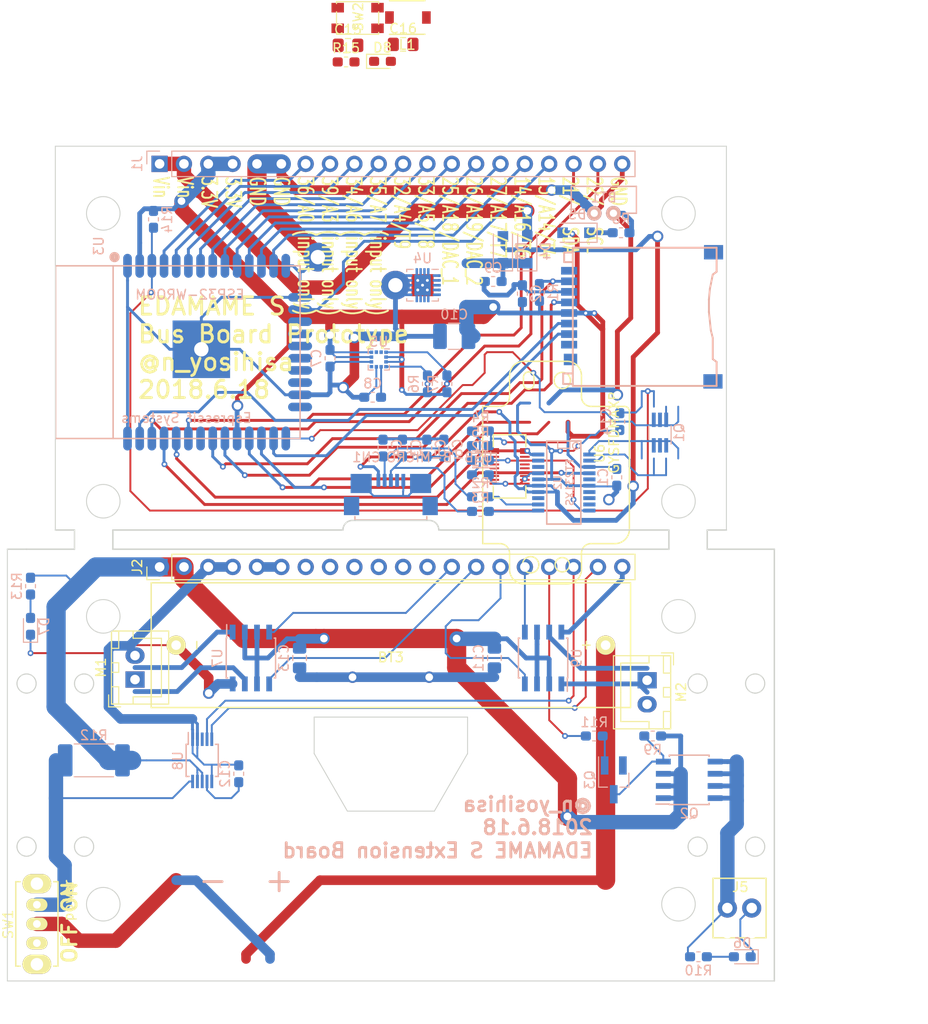
<source format=kicad_pcb>
(kicad_pcb (version 20171130) (host pcbnew "(5.0.0)")
  (layers (0 F.Cu signal) (31 B.Cu signal) (34 B.Paste user) (35 F.Paste user) (36 B.SilkS user) (37 F.SilkS user) (38 B.Mask user) (39 F.Mask user) (44 Edge.Cuts user))
  (net 0 "")
  (net 1 "Net-(BT1-Pad1)")
  (net 2 GND)
  (net 3 "Net-(BT2-Pad1)")
  (net 4 GNDPWR)
  (net 5 +3V3)
  (net 6 "Net-(C3-Pad1)")
  (net 7 "Net-(C4-Pad1)")
  (net 8 +5V)
  (net 9 "Net-(C8-Pad1)")
  (net 10 +BATT)
  (net 11 "Net-(D1-Pad1)")
  (net 12 "Net-(D1-Pad2)")
  (net 13 "Net-(D2-Pad1)")
  (net 14 "Net-(D2-Pad2)")
  (net 15 VDC)
  (net 16 "Net-(D5-Pad1)")
  (net 17 "Net-(D6-Pad2)")
  (net 18 "Net-(D7-Pad2)")
  (net 19 /I2C_SDA)
  (net 20 /I2C_SCL)
  (net 21 /MOTOR_RF)
  (net 22 /MOTOR_RR)
  (net 23 /MOTOR_LF)
  (net 24 /MOTOR_LR)
  (net 25 /Nichrome)
  (net 26 /SDA)
  (net 27 /SCL)
  (net 28 "Net-(J5-Pad1)")
  (net 29 "Net-(M1-Pad1)")
  (net 30 "Net-(M1-Pad2)")
  (net 31 "Net-(M2-Pad1)")
  (net 32 "Net-(M2-Pad2)")
  (net 33 /DTR)
  (net 34 /RST)
  (net 35 /EN)
  (net 36 /BOOT)
  (net 37 "Net-(Q2-Pad4)")
  (net 38 "Net-(Q3-Pad1)")
  (net 39 /SPI_MISO)
  (net 40 "Net-(R2-Pad1)")
  (net 41 "Net-(R3-Pad1)")
  (net 42 "Net-(R12-Pad2)")
  (net 43 /SPI_SCLK)
  (net 44 /SPI_MOSI)
  (net 45 /SPI_CS)
  (net 46 /ESP32→PC)
  (net 47 /PC→ESP32)
  (net 48 /ESP32→GPS)
  (net 49 /GPS→ESP32)
  (net 50 VCC)
  (net 51 /S_VP)
  (net 52 /S_VN)
  (net 53 /IO34)
  (net 54 /IO35)
  (net 55 /IO32)
  (net 56 /IO33)
  (net 57 /IO25)
  (net 58 /IO26)
  (net 59 /IO27)
  (net 60 /IO14)
  (net 61 /IO13)
  (net 62 "Net-(U1-Pad8)")
  (net 63 "Net-(U1-Pad1)")
  (net 64 "Net-(L1-Pad1)")
  (net 65 "Net-(L1-Pad2)")
  (net 66 "Net-(BT3-Pad1)")
  (net 67 "Net-(CN1-Pad4)")
  (net 68 "Net-(U6-Pad18)")
  (net 69 "Net-(U6-Pad8)")
  (net 70 "Net-(R15-Pad1)")
  (net 71 "Net-(U6-Pad4)")
  (net 72 "Net-(U6-Pad9)")
  (net 73 "Net-(U6-Pad11)")
  (net 74 "Net-(U6-Pad13)")
  (net 75 "Net-(U6-Pad15)")
  (net 76 "Net-(U6-Pad17)")
  (net 77 "Net-(U2-Pad5)")
  (net 78 "Net-(U2-Pad7)")
  (net 79 "Net-(U2-Pad8)")
  (net 80 "Net-(U2-Pad9)")
  (net 81 "Net-(U2-Pad13)")
  (net 82 "Net-(U2-Pad18)")
  (net 83 "Net-(U2-Pad19)")
  (net 84 "Net-(D8-Pad2)")
  (net 85 "Net-(C15-Pad1)")
  (net 86 "Net-(U8-Pad3)")
  (net 87 "Net-(U5-Pad7)")
  (net 88 "Net-(U5-Pad11)")
  (net 89 "Net-(U5-Pad12)")
  (net 90 "Net-(U3-Pad32)")
  (net 91 "Net-(U3-Pad24)")
  (net 92 "Net-(U3-Pad22)")
  (net 93 "Net-(U3-Pad21)")
  (net 94 "Net-(U3-Pad20)")
  (net 95 "Net-(U3-Pad19)")
  (net 96 "Net-(U3-Pad18)")
  (net 97 "Net-(U3-Pad17)")
  (net 98 "Net-(U3-Pad2)")
  (net 99 "Net-(J2-Pad7)")
  (net 100 "Net-(J2-Pad8)")
  (net 101 "Net-(J2-Pad9)")
  (net 102 "Net-(J2-Pad10)")
  (net 103 "Net-(J2-Pad11)")
  (net 104 "Net-(J2-Pad12)")
  (module Capacitor_SMD:C_0603_1608Metric_Pad1.05x0.95mm_HandSolder (layer B.Cu) (at 92.115872 51.66537 270)
    (fp_text reference C1 (at 0 1.43 270) (layer B.SilkS) (effects (justify mirror)))
    (fp_text value 0.1u)
    (pad 1 smd roundrect (at -0.875 0 270) (size 1.05 0.95) (layers B.Cu B.Paste B.Mask) (net 5 +3V3))
    (pad 2 smd roundrect (at 0.875 0 270) (size 1.05 0.95) (layers B.Cu B.Paste B.Mask) (net 2 GND))
  )
  (module Capacitor_SMD:C_0603_1608Metric_Pad1.05x0.95mm_HandSolder (layer B.Cu) (at 82.272872 32.52594 90)
    (fp_text reference C2 (at 0 1.43 90) (layer B.SilkS) (effects (justify mirror)))
    (fp_text value 0.1u)
    (pad 2 smd roundrect (at 0.875 0 90) (size 1.05 0.95) (layers B.Cu B.Paste B.Mask) (net 2 GND))
    (pad 1 smd roundrect (at -0.875 0 90) (size 1.05 0.95) (layers B.Cu B.Paste B.Mask) (net 5 +3V3))
  )
  (module Capacitor_SMD:C_0603_1608Metric_Pad1.05x0.95mm_HandSolder (layer B.Cu) (at 69.763872 48.61737 90)
    (fp_text reference C3 (at 0 1.43 90) (layer B.SilkS) (effects (justify mirror)))
    (fp_text value 47p)
    (pad 1 smd roundrect (at -0.875 0 90) (size 1.05 0.95) (layers B.Cu B.Paste B.Mask) (net 6 "Net-(C3-Pad1)"))
    (pad 2 smd roundrect (at 0.875 0 90) (size 1.05 0.95) (layers B.Cu B.Paste B.Mask) (net 2 GND))
  )
  (module Capacitor_SMD:C_0603_1608Metric_Pad1.05x0.95mm_HandSolder (layer B.Cu) (at 67.731872 48.61737 90)
    (fp_text reference C4 (at 0 1.43 90) (layer B.SilkS) (effects (justify mirror)))
    (fp_text value 47p)
    (pad 2 smd roundrect (at 0.875 0 90) (size 1.05 0.95) (layers B.Cu B.Paste B.Mask) (net 2 GND))
    (pad 1 smd roundrect (at -0.875 0 90) (size 1.05 0.95) (layers B.Cu B.Paste B.Mask) (net 7 "Net-(C4-Pad1)"))
  )
  (module Capacitor_SMD:C_0603_1608Metric_Pad1.05x0.95mm_HandSolder (layer B.Cu) (at 72.303872 48.61737 90)
    (fp_text reference C5 (at 0 1.43 90) (layer B.SilkS) (effects (justify mirror)))
    (fp_text value 0.1u)
    (pad 1 smd roundrect (at -0.875 0 90) (size 1.05 0.95) (layers B.Cu B.Paste B.Mask) (net 8 +5V))
    (pad 2 smd roundrect (at 0.875 0 90) (size 1.05 0.95) (layers B.Cu B.Paste B.Mask) (net 2 GND))
  )
  (module Capacitor_SMD:C_0603_1608Metric_Pad1.05x0.95mm_HandSolder (layer B.Cu) (at 74.081872 48.61737 90)
    (fp_text reference C6 (at 0 1.43 90) (layer B.SilkS) (effects (justify mirror)))
    (fp_text value 10u)
    (pad 2 smd roundrect (at 0.875 0 90) (size 1.05 0.95) (layers B.Cu B.Paste B.Mask) (net 2 GND))
    (pad 1 smd roundrect (at -0.875 0 90) (size 1.05 0.95) (layers B.Cu B.Paste B.Mask) (net 8 +5V))
  )
  (module Capacitor_SMD:C_0603_1608Metric_Pad1.05x0.95mm_HandSolder (layer B.Cu) (at 62.206872 39.25694 270)
    (fp_text reference C7 (at 0 1.43 270) (layer B.SilkS) (effects (justify mirror)))
    (fp_text value 0.1u)
    (pad 1 smd roundrect (at -0.875 0 270) (size 1.05 0.95) (layers B.Cu B.Paste B.Mask) (net 5 +3V3))
    (pad 2 smd roundrect (at 0.875 0 270) (size 1.05 0.95) (layers B.Cu B.Paste B.Mask) (net 2 GND))
  )
  (module Capacitor_SMD:C_0603_1608Metric_Pad1.05x0.95mm_HandSolder (layer B.Cu) (at 66.651872 43.32094 180)
    (fp_text reference C8 (at 0 1.43 180) (layer B.SilkS) (effects (justify mirror)))
    (fp_text value 0.1u)
    (pad 2 smd roundrect (at 0.875 0 180) (size 1.05 0.95) (layers B.Cu B.Paste B.Mask) (net 2 GND))
    (pad 1 smd roundrect (at -0.875 0 180) (size 1.05 0.95) (layers B.Cu B.Paste B.Mask) (net 9 "Net-(C8-Pad1)"))
  )
  (module Capacitor_SMD:C_0603_1608Metric_Pad1.05x0.95mm_HandSolder (layer B.Cu) (at 79.224872 31.25594 180)
    (fp_text reference C9 (at 0 1.43 180) (layer B.SilkS) (effects (justify mirror)))
    (fp_text value 0.1u)
    (pad 1 smd roundrect (at -0.875 0 180) (size 1.05 0.95) (layers B.Cu B.Paste B.Mask) (net 85 "Net-(C15-Pad1)"))
    (pad 2 smd roundrect (at 0.875 0 180) (size 1.05 0.95) (layers B.Cu B.Paste B.Mask) (net 2 GND))
  )
  (module Capacitor_SMD:C_0603_1608Metric_Pad1.05x0.95mm_HandSolder (layer B.Cu) (at 92.432872 45.86094 270)
    (fp_text reference C14 (at 0 1.43 270) (layer B.SilkS) (effects (justify mirror)))
    (fp_text value 0.1u)
    (pad 2 smd roundrect (at 0.875 0 270) (size 1.05 0.95) (layers B.Cu B.Paste B.Mask) (net 2 GND))
    (pad 1 smd roundrect (at -0.875 0 270) (size 1.05 0.95) (layers B.Cu B.Paste B.Mask) (net 35 /EN))
  )
  (module Capacitor_SMD:C_0603_1608Metric_Pad1.05x0.95mm_HandSolder (layer B.Cu) (at 52.681872 82.56394 270)
    (fp_text reference C12 (at 0 1.43 270) (layer B.SilkS) (effects (justify mirror)))
    (fp_text value 0.1u)
    (pad 1 smd roundrect (at -0.875 0 270) (size 1.05 0.95) (layers B.Cu B.Paste B.Mask) (net 50 VCC))
    (pad 2 smd roundrect (at 0.875 0 270) (size 1.05 0.95) (layers B.Cu B.Paste B.Mask) (net 4 GNDPWR))
  )
  (module Capacitor_SMD:C_0805_2012Metric_Pad1.15x1.40mm_HandSolder (layer F.Cu) (at 69.831873 6.543941)
    (fp_text reference C16 (at 0 -1.65) (layer F.SilkS))
    (fp_text value 10u)
    (pad 2 smd roundrect (at 1.025 0) (size 1.15 1.4) (layers F.Cu F.Paste F.Mask) (roundrect_rratio 0.217391) (net 2 GND))
    (pad 1 smd roundrect (at -1.025 0) (size 1.15 1.4) (layers F.Cu F.Paste F.Mask) (roundrect_rratio 0.217391) (net 5 +3V3))
  )
  (module Capacitor_SMD:C_0805_2012Metric_Pad1.15x1.40mm_HandSolder (layer F.Cu) (at 64.081873 6.643941)
    (fp_text reference C15 (at 0 -1.65) (layer F.SilkS))
    (fp_text value 10u)
    (pad 1 smd roundrect (at -1.025 0) (size 1.15 1.4) (layers F.Cu F.Paste F.Mask) (roundrect_rratio 0.217391) (net 85 "Net-(C15-Pad1)"))
    (pad 2 smd roundrect (at 1.025 0) (size 1.15 1.4) (layers F.Cu F.Paste F.Mask) (roundrect_rratio 0.217391) (net 2 GND))
  )
  (module Capacitor_SMD:C_0805_2012Metric_Pad1.15x1.40mm_HandSolder (layer B.Cu) (at 59.031872 70.49894 270)
    (fp_text reference C13 (at 0 1.65 270) (layer B.SilkS) (effects (justify mirror)))
    (fp_text value 10u)
    (pad 2 smd roundrect (at 1.025 0 270) (size 1.15 1.4) (layers B.Cu B.Paste B.Mask) (roundrect_rratio 0.217391) (net 4 GNDPWR))
    (pad 1 smd roundrect (at -1.025 0 270) (size 1.15 1.4) (layers B.Cu B.Paste B.Mask) (roundrect_rratio 0.217391) (net 10 +BATT))
  )
  (module Capacitor_SMD:C_0805_2012Metric_Pad1.15x1.40mm_HandSolder (layer B.Cu) (at 79.351872 70.49894 270)
    (fp_text reference C11 (at 0 1.65 270) (layer B.SilkS) (effects (justify mirror)))
    (fp_text value 10u)
    (pad 1 smd roundrect (at -1.025 0 270) (size 1.15 1.4) (layers B.Cu B.Paste B.Mask) (roundrect_rratio 0.217391) (net 10 +BATT))
    (pad 2 smd roundrect (at 1.025 0 270) (size 1.15 1.4) (layers B.Cu B.Paste B.Mask) (roundrect_rratio 0.217391) (net 4 GNDPWR))
  )
  (module Capacitor_SMD:C_1210_3225Metric_Pad1.42x2.65mm_HandSolder (layer B.Cu) (at 75.160872 36.97094 180)
    (fp_text reference C10 (at 0 2.28 180) (layer B.SilkS) (effects (justify mirror)))
    (fp_text value 100u)
    (pad 1 smd roundrect (at -1.4875 0 180) (size 1.425 2.65) (layers B.Cu B.Paste B.Mask) (roundrect_rratio 0.175439) (net 5 +3V3))
    (pad 2 smd roundrect (at 1.4875 0 180) (size 1.425 2.65) (layers B.Cu B.Paste B.Mask) (roundrect_rratio 0.175439) (net 2 GND))
  )
  (module Connector_JST:JST_XH_B02B-XH-A_1x02_P2.50mm_Vertical (layer F.Cu) (at 95.281272 72.81954 270)
    (fp_text reference M2 (at 1.25 -3.55 270) (layer F.SilkS))
    (fp_text value Motor_R)
    (pad 2 thru_hole oval (at 2.5 0 270) (size 1.7 2) (drill 1) (layers *.Cu *.Mask) (net 32 "Net-(M2-Pad2)"))
    (pad 1 thru_hole rect (at 0 0 270) (size 1.7 2) (drill 1) (layers *.Cu *.Mask) (net 31 "Net-(M2-Pad1)"))
  )
  (module Connector_JST:JST_XH_B02B-XH-A_1x02_P2.50mm_Vertical (layer F.Cu) (at 41.865072 72.74334 90)
    (fp_text reference M1 (at 1.25 -3.55 90) (layer F.SilkS))
    (fp_text value Motor_L)
    (pad 1 thru_hole rect (at 0 0 90) (size 1.7 2) (drill 1) (layers *.Cu *.Mask) (net 29 "Net-(M1-Pad1)"))
    (pad 2 thru_hole oval (at 2.5 0 90) (size 1.7 2) (drill 1) (layers *.Cu *.Mask) (net 30 "Net-(M1-Pad2)"))
  )
  (module Connector_PinHeader_2.54mm:PinHeader_1x20_P2.54mm_Vertical (layer B.Cu) (at 44.426672 18.99794 270)
    (fp_text reference J1 (at 0 2.33 270) (layer B.SilkS) (effects (justify mirror)))
    (fp_text value Conn_01x20)
    (pad 20 thru_hole oval (at 0 -48.26 270) (size 1.7 1.7) (drill 1) (layers *.Cu *.Mask) (net 2 GND))
    (pad 19 thru_hole oval (at 0 -45.72 270) (size 1.7 1.7) (drill 1) (layers *.Cu *.Mask) (net 20 /I2C_SCL))
    (pad 18 thru_hole oval (at 0 -43.18 270) (size 1.7 1.7) (drill 1) (layers *.Cu *.Mask) (net 19 /I2C_SDA))
    (pad 17 thru_hole oval (at 0 -40.64 270) (size 1.7 1.7) (drill 1) (layers *.Cu *.Mask) (net 61 /IO13))
    (pad 16 thru_hole oval (at 0 -38.1 270) (size 1.7 1.7) (drill 1) (layers *.Cu *.Mask) (net 60 /IO14))
    (pad 15 thru_hole oval (at 0 -35.56 270) (size 1.7 1.7) (drill 1) (layers *.Cu *.Mask) (net 59 /IO27))
    (pad 14 thru_hole oval (at 0 -33.02 270) (size 1.7 1.7) (drill 1) (layers *.Cu *.Mask) (net 58 /IO26))
    (pad 13 thru_hole oval (at 0 -30.48 270) (size 1.7 1.7) (drill 1) (layers *.Cu *.Mask) (net 57 /IO25))
    (pad 12 thru_hole oval (at 0 -27.94 270) (size 1.7 1.7) (drill 1) (layers *.Cu *.Mask) (net 56 /IO33))
    (pad 11 thru_hole oval (at 0 -25.4 270) (size 1.7 1.7) (drill 1) (layers *.Cu *.Mask) (net 55 /IO32))
    (pad 10 thru_hole oval (at 0 -22.86 270) (size 1.7 1.7) (drill 1) (layers *.Cu *.Mask) (net 54 /IO35))
    (pad 9 thru_hole oval (at 0 -20.32 270) (size 1.7 1.7) (drill 1) (layers *.Cu *.Mask) (net 53 /IO34))
    (pad 8 thru_hole oval (at 0 -17.78 270) (size 1.7 1.7) (drill 1) (layers *.Cu *.Mask) (net 52 /S_VN))
    (pad 7 thru_hole oval (at 0 -15.24 270) (size 1.7 1.7) (drill 1) (layers *.Cu *.Mask) (net 51 /S_VP))
    (pad 6 thru_hole oval (at 0 -12.7 270) (size 1.7 1.7) (drill 1) (layers *.Cu *.Mask) (net 2 GND))
    (pad 5 thru_hole oval (at 0 -10.16 270) (size 1.7 1.7) (drill 1) (layers *.Cu *.Mask) (net 2 GND))
    (pad 4 thru_hole oval (at 0 -7.62 270) (size 1.7 1.7) (drill 1) (layers *.Cu *.Mask) (net 5 +3V3))
    (pad 3 thru_hole oval (at 0 -5.08 270) (size 1.7 1.7) (drill 1) (layers *.Cu *.Mask) (net 5 +3V3))
    (pad 2 thru_hole oval (at 0 -2.54 270) (size 1.7 1.7) (drill 1) (layers *.Cu *.Mask) (net 15 VDC))
    (pad 1 thru_hole rect (at 0 0 270) (size 1.7 1.7) (drill 1) (layers *.Cu *.Mask) (net 15 VDC))
  )
  (module Connector_PinHeader_2.54mm:PinHeader_1x20_P2.54mm_Vertical (layer F.Cu) (at 44.430472 61.00954 90)
    (fp_text reference J2 (at 0 -2.33 90) (layer F.SilkS))
    (fp_text value Conn_01x20)
    (pad 1 thru_hole rect (at 0 0 90) (size 1.7 1.7) (drill 1) (layers *.Cu *.Mask) (net 10 +BATT))
    (pad 2 thru_hole oval (at 0 2.54 90) (size 1.7 1.7) (drill 1) (layers *.Cu *.Mask) (net 10 +BATT))
    (pad 3 thru_hole oval (at 0 5.08 90) (size 1.7 1.7) (drill 1) (layers *.Cu *.Mask) (net 50 VCC))
    (pad 4 thru_hole oval (at 0 7.62 90) (size 1.7 1.7) (drill 1) (layers *.Cu *.Mask) (net 50 VCC))
    (pad 5 thru_hole oval (at 0 10.16 90) (size 1.7 1.7) (drill 1) (layers *.Cu *.Mask) (net 4 GNDPWR))
    (pad 6 thru_hole oval (at 0 12.7 90) (size 1.7 1.7) (drill 1) (layers *.Cu *.Mask) (net 4 GNDPWR))
    (pad 7 thru_hole oval (at 0 15.24 90) (size 1.7 1.7) (drill 1) (layers *.Cu *.Mask) (net 99 "Net-(J2-Pad7)"))
    (pad 8 thru_hole oval (at 0 17.78 90) (size 1.7 1.7) (drill 1) (layers *.Cu *.Mask) (net 100 "Net-(J2-Pad8)"))
    (pad 9 thru_hole oval (at 0 20.32 90) (size 1.7 1.7) (drill 1) (layers *.Cu *.Mask) (net 101 "Net-(J2-Pad9)"))
    (pad 10 thru_hole oval (at 0 22.86 90) (size 1.7 1.7) (drill 1) (layers *.Cu *.Mask) (net 102 "Net-(J2-Pad10)"))
    (pad 11 thru_hole oval (at 0 25.4 90) (size 1.7 1.7) (drill 1) (layers *.Cu *.Mask) (net 103 "Net-(J2-Pad11)"))
    (pad 12 thru_hole oval (at 0 27.94 90) (size 1.7 1.7) (drill 1) (layers *.Cu *.Mask) (net 104 "Net-(J2-Pad12)"))
    (pad 13 thru_hole oval (at 0 30.48 90) (size 1.7 1.7) (drill 1) (layers *.Cu *.Mask) (net 23 /MOTOR_LF))
    (pad 14 thru_hole oval (at 0 33.02 90) (size 1.7 1.7) (drill 1) (layers *.Cu *.Mask) (net 24 /MOTOR_LR))
    (pad 15 thru_hole oval (at 0 35.56 90) (size 1.7 1.7) (drill 1) (layers *.Cu *.Mask) (net 22 /MOTOR_RR))
    (pad 16 thru_hole oval (at 0 38.1 90) (size 1.7 1.7) (drill 1) (layers *.Cu *.Mask) (net 21 /MOTOR_RF))
    (pad 17 thru_hole oval (at 0 40.64 90) (size 1.7 1.7) (drill 1) (layers *.Cu *.Mask) (net 25 /Nichrome))
    (pad 18 thru_hole oval (at 0 43.18 90) (size 1.7 1.7) (drill 1) (layers *.Cu *.Mask) (net 26 /SDA))
    (pad 19 thru_hole oval (at 0 45.72 90) (size 1.7 1.7) (drill 1) (layers *.Cu *.Mask) (net 27 /SCL))
    (pad 20 thru_hole oval (at 0 48.26 90) (size 1.7 1.7) (drill 1) (layers *.Cu *.Mask) (net 4 GNDPWR))
  )
  (module Diode_SMD:D_SOD-123F (layer B.Cu) (at 82.780872 27.95394 90)
    (fp_text reference D4 (at -0.127 1.905 90) (layer B.SilkS) (effects (justify mirror)))
    (fp_text value GS1010FL)
    (pad 1 smd rect (at -1.4 0 90) (size 1.1 1.1) (layers B.Cu B.Paste B.Mask) (net 85 "Net-(C15-Pad1)"))
    (pad 2 smd rect (at 1.4 0 90) (size 1.1 1.1) (layers B.Cu B.Paste B.Mask) (net 15 VDC))
  )
  (module Diode_SMD:D_SOD-123F (layer B.Cu) (at 87.860872 26.17594 180)
    (fp_text reference D5 (at -0.127 1.905 180) (layer B.SilkS) (effects (justify mirror)))
    (fp_text value GS1010FL)
    (pad 2 smd rect (at 1.4 0 180) (size 1.1 1.1) (layers B.Cu B.Paste B.Mask) (net 5 +3V3))
    (pad 1 smd rect (at -1.4 0 180) (size 1.1 1.1) (layers B.Cu B.Paste B.Mask) (net 16 "Net-(D5-Pad1)"))
  )
  (module Diode_SMD:D_SOD-123F (layer B.Cu) (at 80.240872 27.95394 90)
    (fp_text reference D3 (at -0.127 1.905 90) (layer B.SilkS) (effects (justify mirror)))
    (fp_text value GS1010FL)
    (pad 1 smd rect (at -1.4 0 90) (size 1.1 1.1) (layers B.Cu B.Paste B.Mask) (net 85 "Net-(C15-Pad1)"))
    (pad 2 smd rect (at 1.4 0 90) (size 1.1 1.1) (layers B.Cu B.Paste B.Mask) (net 8 +5V))
  )
  (module LED_SMD:LED_0603_1608Metric_Pad1.05x0.95mm_HandSolder (layer B.Cu) (at 77.891872 51.41137 180)
    (fp_text reference D1 (at 0 1.43 180) (layer B.SilkS) (effects (justify mirror)))
    (fp_text value TXLED)
    (pad 1 smd roundrect (at -0.875 0 180) (size 1.05 0.95) (layers B.Cu B.Paste B.Mask) (net 11 "Net-(D1-Pad1)"))
    (pad 2 smd roundrect (at 0.875 0 180) (size 1.05 0.95) (layers B.Cu B.Paste B.Mask) (net 12 "Net-(D1-Pad2)"))
  )
  (module LED_SMD:LED_0603_1608Metric_Pad1.05x0.95mm_HandSolder (layer B.Cu) (at 77.891872 49.88737 180)
    (fp_text reference D2 (at 0 1.43 180) (layer B.SilkS) (effects (justify mirror)))
    (fp_text value RXLED)
    (pad 2 smd roundrect (at 0.875 0 180) (size 1.05 0.95) (layers B.Cu B.Paste B.Mask) (net 14 "Net-(D2-Pad2)"))
    (pad 1 smd roundrect (at -0.875 0 180) (size 1.05 0.95) (layers B.Cu B.Paste B.Mask) (net 13 "Net-(D2-Pad1)"))
  )
  (module LED_SMD:LED_0603_1608Metric_Pad1.05x0.95mm_HandSolder (layer F.Cu) (at 67.676873 8.313941)
    (fp_text reference D8 (at 0 -1.43) (layer F.SilkS))
    (fp_text value GPS)
    (pad 1 smd roundrect (at -0.875 0) (size 1.05 0.95) (layers F.Cu F.Paste F.Mask) (net 2 GND))
    (pad 2 smd roundrect (at 0.875 0) (size 1.05 0.95) (layers F.Cu F.Paste F.Mask) (net 84 "Net-(D8-Pad2)"))
  )
  (module LED_SMD:LED_0603_1608Metric_Pad1.05x0.95mm_HandSolder (layer B.Cu) (at 105.208252 101.635882 180)
    (fp_text reference D6 (at 0 1.43 180) (layer B.SilkS) (effects (justify mirror)))
    (fp_text value Nichrome)
    (pad 2 smd roundrect (at 0.875 0 180) (size 1.05 0.95) (layers B.Cu B.Paste B.Mask) (net 17 "Net-(D6-Pad2)"))
    (pad 1 smd roundrect (at -0.875 0 180) (size 1.05 0.95) (layers B.Cu B.Paste B.Mask) (net 4 GNDPWR))
  )
  (module LED_SMD:LED_0603_1608Metric_Pad1.05x0.95mm_HandSolder (layer B.Cu) (at 30.964872 67.19694 90)
    (fp_text reference D7 (at 0 1.43 90) (layer B.SilkS) (effects (justify mirror)))
    (fp_text value POWER)
    (pad 1 smd roundrect (at -0.875 0 90) (size 1.05 0.95) (layers B.Cu B.Paste B.Mask) (net 4 GNDPWR))
    (pad 2 smd roundrect (at 0.875 0 90) (size 1.05 0.95) (layers B.Cu B.Paste B.Mask) (net 18 "Net-(D7-Pad2)"))
  )
  (module Package_SO:SOIC-8_3.9x4.9mm_P1.27mm (layer B.Cu) (at 99.671872 83.19894)
    (fp_text reference Q2 (at 0 3.5) (layer B.SilkS) (effects (justify mirror)))
    (fp_text value FDS4675)
    (pad 1 smd rect (at -2.7 1.905) (size 1.55 0.6) (layers B.Cu B.Paste B.Mask) (net 10 +BATT))
    (pad 2 smd rect (at -2.7 0.635) (size 1.55 0.6) (layers B.Cu B.Paste B.Mask) (net 10 +BATT))
    (pad 3 smd rect (at -2.7 -0.635) (size 1.55 0.6) (layers B.Cu B.Paste B.Mask) (net 10 +BATT))
    (pad 4 smd rect (at -2.7 -1.905) (size 1.55 0.6) (layers B.Cu B.Paste B.Mask) (net 37 "Net-(Q2-Pad4)"))
    (pad 5 smd rect (at 2.7 -1.905) (size 1.55 0.6) (layers B.Cu B.Paste B.Mask) (net 28 "Net-(J5-Pad1)"))
    (pad 6 smd rect (at 2.7 -0.635) (size 1.55 0.6) (layers B.Cu B.Paste B.Mask) (net 28 "Net-(J5-Pad1)"))
    (pad 7 smd rect (at 2.7 0.635) (size 1.55 0.6) (layers B.Cu B.Paste B.Mask) (net 28 "Net-(J5-Pad1)"))
    (pad 8 smd rect (at 2.7 1.905) (size 1.55 0.6) (layers B.Cu B.Paste B.Mask) (net 28 "Net-(J5-Pad1)"))
  )
  (module Package_SON:Texas_S-PWSON-N10_ThermalVias (layer B.Cu) (at 71.855872 31.64294 180)
    (fp_text reference U4 (at 0 2.8 180) (layer B.SilkS) (effects (justify mirror)))
    (fp_text value TPS63000)
    (pad 11 smd rect (at -0.6 -1.425 180) (size 0.25 0.7) (layers B.Cu B.Paste B.Mask))
    (pad 11 smd rect (at 0.6 -1.425 180) (size 0.25 0.7) (layers B.Cu B.Paste B.Mask))
    (pad 11 smd rect (at -0.6 1.425 180) (size 0.25 0.7) (layers B.Cu B.Paste B.Mask))
    (pad 11 smd rect (at 0.6 1.425 180) (size 0.25 0.7) (layers B.Cu B.Paste B.Mask))
    (pad 1 smd oval (at -1.475 1 180) (size 0.85 0.28) (layers B.Cu B.Paste B.Mask) (net 5 +3V3))
    (pad 2 smd oval (at -1.475 0.5 180) (size 0.85 0.28) (layers B.Cu B.Paste B.Mask) (net 65 "Net-(L1-Pad2)"))
    (pad 3 smd rect (at -1.76 0 180) (size 0.28 0.28) (layers B.Cu B.Paste B.Mask) (net 2 GND))
    (pad 4 smd oval (at -1.475 -0.5 180) (size 0.85 0.28) (layers B.Cu B.Paste B.Mask) (net 64 "Net-(L1-Pad1)"))
    (pad 5 smd rect (at -1.76 -1 180) (size 0.28 0.28) (layers B.Cu B.Paste B.Mask) (net 85 "Net-(C15-Pad1)"))
    (pad 6 smd oval (at 1.475 -1 180) (size 0.85 0.28) (layers B.Cu B.Paste B.Mask) (net 85 "Net-(C15-Pad1)"))
    (pad 7 smd oval (at 1.475 -0.5 180) (size 0.85 0.28) (layers B.Cu B.Paste B.Mask) (net 85 "Net-(C15-Pad1)"))
    (pad 8 smd rect (at 1.76 0 180) (size 0.28 0.28) (layers B.Cu B.Paste B.Mask) (net 85 "Net-(C15-Pad1)"))
    (pad 9 smd rect (at 1.76 0.5 180) (size 0.28 0.28) (layers B.Cu B.Paste B.Mask) (net 2 GND))
    (pad 10 smd rect (at 1.76 1 180) (size 0.28 0.28) (layers B.Cu B.Paste B.Mask) (net 5 +3V3))
    (pad 11 thru_hole circle (at 0 0 180) (size 0.6 0.6) (drill 0.3) (layers *.Cu *.Mask))
    (pad 11 thru_hole circle (at -0.5 0.5 180) (size 0.6 0.6) (drill 0.3) (layers *.Cu *.Mask))
    (pad 11 thru_hole circle (at 0.5 0.5 180) (size 0.6 0.6) (drill 0.3) (layers *.Cu *.Mask))
    (pad 11 thru_hole circle (at -0.5 -0.5 180) (size 0.6 0.6) (drill 0.3) (layers *.Cu *.Mask))
    (pad 11 thru_hole circle (at 0.5 -0.5 180) (size 0.6 0.6) (drill 0.3) (layers *.Cu *.Mask))
    (pad 11 smd rect (at -0.2 1.425 180) (size 0.25 0.7) (layers B.Cu B.Paste B.Mask))
    (pad 11 smd rect (at 0.2 1.425 180) (size 0.25 0.7) (layers B.Cu B.Paste B.Mask))
    (pad 11 smd rect (at -0.2 -1.425 180) (size 0.25 0.7) (layers B.Cu B.Paste B.Mask))
    (pad 11 smd rect (at 0.2 -1.425 180) (size 0.25 0.7) (layers B.Cu B.Paste B.Mask))
    (pad 11 smd rect (at 0 0 180) (size 1.7 2.15) (layers B.Cu B.Mask))
    (pad 1 smd rect (at -1.76 1 180) (size 0.28 0.28) (layers B.Cu B.Paste B.Mask) (net 5 +3V3))
    (pad 2 smd rect (at -1.76 0.5 180) (size 0.28 0.28) (layers B.Cu B.Paste B.Mask) (net 65 "Net-(L1-Pad2)"))
    (pad 3 smd oval (at -1.475 0 180) (size 0.85 0.28) (layers B.Cu B.Paste B.Mask) (net 2 GND))
    (pad 4 smd rect (at -1.76 -0.5 180) (size 0.28 0.28) (layers B.Cu B.Paste B.Mask) (net 64 "Net-(L1-Pad1)"))
    (pad 5 smd oval (at -1.475 -1 180) (size 0.85 0.28) (layers B.Cu B.Paste B.Mask) (net 85 "Net-(C15-Pad1)"))
    (pad 6 smd rect (at 1.76 -1 180) (size 0.28 0.28) (layers B.Cu B.Paste B.Mask) (net 85 "Net-(C15-Pad1)"))
    (pad 7 smd rect (at 1.76 -0.5 180) (size 0.28 0.28) (layers B.Cu B.Paste B.Mask) (net 85 "Net-(C15-Pad1)"))
    (pad 8 smd oval (at 1.475 0 180) (size 0.85 0.28) (layers B.Cu B.Paste B.Mask) (net 85 "Net-(C15-Pad1)"))
    (pad 9 smd oval (at 1.475 0.5 180) (size 0.85 0.28) (layers B.Cu B.Paste B.Mask) (net 2 GND))
    (pad 10 smd oval (at 1.475 1 180) (size 0.85 0.28) (layers B.Cu B.Paste B.Mask) (net 5 +3V3))
    (pad 11 smd rect (at -0.001 0 180) (size 2.3 2.3) (layers F.Cu))
    (pad 11 smd rect (at -0.435 0.56 180) (size 0.65 0.9) (layers B.Cu B.Paste B.Mask))
    (pad 11 smd rect (at 0.435 -0.56 180) (size 0.65 0.9) (layers B.Cu B.Paste B.Mask))
    (pad 11 smd rect (at -0.435 -0.56 180) (size 0.65 0.9) (layers B.Cu B.Paste B.Mask))
    (pad 11 smd rect (at 0.435 0.56 180) (size 0.65 0.9) (layers B.Cu B.Paste B.Mask))
    (pad 11 smd rect (at -0.6 1.425 180) (size 0.23 0.6) (layers B.Cu B.Paste B.Mask))
    (pad 11 smd rect (at -0.2 1.425 180) (size 0.23 0.6) (layers B.Cu B.Paste B.Mask))
    (pad 11 smd rect (at 0.2 1.425 180) (size 0.23 0.6) (layers B.Cu B.Paste B.Mask))
    (pad 11 smd rect (at 0.6 1.425 180) (size 0.23 0.6) (layers B.Cu B.Paste B.Mask))
    (pad 11 smd rect (at -0.6 -1.425 180) (size 0.23 0.6) (layers B.Cu B.Paste B.Mask))
    (pad 11 smd rect (at -0.2 -1.425 180) (size 0.23 0.6) (layers B.Cu B.Paste B.Mask))
    (pad 11 smd rect (at 0.2 -1.425 180) (size 0.23 0.6) (layers B.Cu B.Paste B.Mask))
    (pad 11 smd rect (at 0.6 -1.425 180) (size 0.23 0.6) (layers B.Cu B.Paste B.Mask))
  )
  (module Package_TO_SOT_SMD:SOT-23_Handsoldering (layer B.Cu) (at 91.797872 83.19894 270)
    (fp_text reference Q3 (at 0 2.5 270) (layer B.SilkS) (effects (justify mirror)))
    (fp_text value 2SC2712)
    (pad 1 smd rect (at -1.5 0.95 270) (size 1.9 0.8) (layers B.Cu B.Paste B.Mask) (net 38 "Net-(Q3-Pad1)"))
    (pad 2 smd rect (at -1.5 -0.95 270) (size 1.9 0.8) (layers B.Cu B.Paste B.Mask) (net 4 GNDPWR))
    (pad 3 smd rect (at 1.5 0 270) (size 1.9 0.8) (layers B.Cu B.Paste B.Mask) (net 37 "Net-(Q2-Pad4)"))
  )
  (module Package_TO_SOT_SMD:SOT-363_SC-70-6_Handsoldering (layer B.Cu) (at 96.623872 47.00394 90)
    (fp_text reference Q1 (at 0 2 90) (layer B.SilkS) (effects (justify mirror)))
    (fp_text value 2N7002DW)
    (pad 1 smd rect (at -1.33 0.65 90) (size 1.5 0.4) (layers B.Cu B.Paste B.Mask) (net 34 /RST))
    (pad 2 smd rect (at -1.33 0 90) (size 1.5 0.4) (layers B.Cu B.Paste B.Mask) (net 33 /DTR))
    (pad 3 smd rect (at -1.33 -0.65 90) (size 1.5 0.4) (layers B.Cu B.Paste B.Mask) (net 36 /BOOT))
    (pad 4 smd rect (at 1.33 -0.65 90) (size 1.5 0.4) (layers B.Cu B.Paste B.Mask) (net 33 /DTR))
    (pad 5 smd rect (at 1.33 0 90) (size 1.5 0.4) (layers B.Cu B.Paste B.Mask) (net 34 /RST))
    (pad 6 smd rect (at 1.33 0.65 90) (size 1.5 0.4) (layers B.Cu B.Paste B.Mask) (net 35 /EN))
  )
  (module Resistor_SMD:R_0603_1608Metric_Pad1.05x0.95mm_HandSolder (layer B.Cu) (at 74.398872 41.92394 270)
    (fp_text reference R7 (at 0 1.43 270) (layer B.SilkS) (effects (justify mirror)))
    (fp_text value 2.2K)
    (pad 2 smd roundrect (at 0.875 0 270) (size 1.05 0.95) (layers B.Cu B.Paste B.Mask) (net 5 +3V3))
    (pad 1 smd roundrect (at -0.875 0 270) (size 1.05 0.95) (layers B.Cu B.Paste B.Mask) (net 20 /I2C_SCL))
  )
  (module Resistor_SMD:R_0603_1608Metric_Pad1.05x0.95mm_HandSolder (layer B.Cu) (at 95.861872 78.62694)
    (fp_text reference R9 (at 0 1.43) (layer B.SilkS) (effects (justify mirror)))
    (fp_text value 10K)
    (pad 1 smd roundrect (at -0.875 0) (size 1.05 0.95) (layers B.Cu B.Paste B.Mask) (net 37 "Net-(Q2-Pad4)"))
    (pad 2 smd roundrect (at 0.875 0) (size 1.05 0.95) (layers B.Cu B.Paste B.Mask) (net 10 +BATT))
  )
  (module Resistor_SMD:R_0603_1608Metric_Pad1.05x0.95mm_HandSolder (layer B.Cu) (at 100.636252 101.635882)
    (fp_text reference R10 (at 0 1.43) (layer B.SilkS) (effects (justify mirror)))
    (fp_text value 1K)
    (pad 2 smd roundrect (at 0.875 0) (size 1.05 0.95) (layers B.Cu B.Paste B.Mask) (net 17 "Net-(D6-Pad2)"))
    (pad 1 smd roundrect (at -0.875 0) (size 1.05 0.95) (layers B.Cu B.Paste B.Mask) (net 28 "Net-(J5-Pad1)"))
  )
  (module Resistor_SMD:R_0603_1608Metric_Pad1.05x0.95mm_HandSolder (layer B.Cu) (at 30.964872 63.00594 270)
    (fp_text reference R13 (at 0 1.43 270) (layer B.SilkS) (effects (justify mirror)))
    (fp_text value 1K)
    (pad 1 smd roundrect (at -0.875 0 270) (size 1.05 0.95) (layers B.Cu B.Paste B.Mask) (net 10 +BATT))
    (pad 2 smd roundrect (at 0.875 0 270) (size 1.05 0.95) (layers B.Cu B.Paste B.Mask) (net 18 "Net-(D7-Pad2)"))
  )
  (module Resistor_SMD:R_0603_1608Metric_Pad1.05x0.95mm_HandSolder (layer B.Cu) (at 43.791872 24.77894 90)
    (fp_text reference R14 (at 0 1.43 90) (layer B.SilkS) (effects (justify mirror)))
    (fp_text value 10K)
    (pad 2 smd roundrect (at 0.875 0 90) (size 1.05 0.95) (layers B.Cu B.Paste B.Mask) (net 5 +3V3))
    (pad 1 smd roundrect (at -0.875 0 90) (size 1.05 0.95) (layers B.Cu B.Paste B.Mask) (net 35 /EN))
  )
  (module Resistor_SMD:R_0603_1608Metric_Pad1.05x0.95mm_HandSolder (layer F.Cu) (at 63.881873 8.373941)
    (fp_text reference R15 (at 0 -1.43) (layer F.SilkS))
    (fp_text value 1K)
    (pad 1 smd roundrect (at -0.875 0) (size 1.05 0.95) (layers F.Cu F.Paste F.Mask) (net 70 "Net-(R15-Pad1)"))
    (pad 2 smd roundrect (at 0.875 0) (size 1.05 0.95) (layers F.Cu F.Paste F.Mask) (net 84 "Net-(D8-Pad2)"))
  )
  (module Resistor_SMD:R_0603_1608Metric_Pad1.05x0.95mm_HandSolder (layer B.Cu) (at 92.559872 26.17594 180)
    (fp_text reference R8 (at 0 1.43 180) (layer B.SilkS) (effects (justify mirror)))
    (fp_text value 100)
    (pad 2 smd roundrect (at 0.875 0 180) (size 1.05 0.95) (layers B.Cu B.Paste B.Mask) (net 16 "Net-(D5-Pad1)"))
    (pad 1 smd roundrect (at -0.875 0 180) (size 1.05 0.95) (layers B.Cu B.Paste B.Mask) (net 1 "Net-(BT1-Pad1)"))
  )
  (module Resistor_SMD:R_0603_1608Metric_Pad1.05x0.95mm_HandSolder (layer B.Cu) (at 77.891872 48.36337 180)
    (fp_text reference R5 (at 0 1.43 180) (layer B.SilkS) (effects (justify mirror)))
    (fp_text value 1K)
    (pad 1 smd roundrect (at -0.875 0 180) (size 1.05 0.95) (layers B.Cu B.Paste B.Mask) (net 5 +3V3))
    (pad 2 smd roundrect (at 0.875 0 180) (size 1.05 0.95) (layers B.Cu B.Paste B.Mask) (net 14 "Net-(D2-Pad2)"))
  )
  (module Resistor_SMD:R_0603_1608Metric_Pad1.05x0.95mm_HandSolder (layer B.Cu) (at 77.891872 46.83937 180)
    (fp_text reference R4 (at 0 1.43 180) (layer B.SilkS) (effects (justify mirror)))
    (fp_text value 1K)
    (pad 2 smd roundrect (at 0.875 0 180) (size 1.05 0.95) (layers B.Cu B.Paste B.Mask) (net 12 "Net-(D1-Pad2)"))
    (pad 1 smd roundrect (at -0.875 0 180) (size 1.05 0.95) (layers B.Cu B.Paste B.Mask) (net 5 +3V3))
  )
  (module Resistor_SMD:R_0603_1608Metric_Pad1.05x0.95mm_HandSolder (layer B.Cu) (at 77.891872 55.22137 180)
    (fp_text reference R3 (at 0 1.43 180) (layer B.SilkS) (effects (justify mirror)))
    (fp_text value 33)
    (pad 1 smd roundrect (at -0.875 0 180) (size 1.05 0.95) (layers B.Cu B.Paste B.Mask) (net 41 "Net-(R3-Pad1)"))
    (pad 2 smd roundrect (at 0.875 0 180) (size 1.05 0.95) (layers B.Cu B.Paste B.Mask) (net 6 "Net-(C3-Pad1)"))
  )
  (module Resistor_SMD:R_0603_1608Metric_Pad1.05x0.95mm_HandSolder (layer B.Cu) (at 77.891872 53.69737 180)
    (fp_text reference R2 (at 0 1.43 180) (layer B.SilkS) (effects (justify mirror)))
    (fp_text value 33)
    (pad 2 smd roundrect (at 0.875 0 180) (size 1.05 0.95) (layers B.Cu B.Paste B.Mask) (net 7 "Net-(C4-Pad1)"))
    (pad 1 smd roundrect (at -0.875 0 180) (size 1.05 0.95) (layers B.Cu B.Paste B.Mask) (net 40 "Net-(R2-Pad1)"))
  )
  (module Resistor_SMD:R_0603_1608Metric_Pad1.05x0.95mm_HandSolder (layer B.Cu) (at 84.050872 32.39894 90)
    (fp_text reference R1 (at 0 1.43 90) (layer B.SilkS) (effects (justify mirror)))
    (fp_text value 10K)
    (pad 1 smd roundrect (at -0.875 0 90) (size 1.05 0.95) (layers B.Cu B.Paste B.Mask) (net 5 +3V3))
    (pad 2 smd roundrect (at 0.875 0 90) (size 1.05 0.95) (layers B.Cu B.Paste B.Mask) (net 39 /SPI_MISO))
  )
  (module Resistor_SMD:R_0603_1608Metric_Pad1.05x0.95mm_HandSolder (layer B.Cu) (at 72.366872 41.92394 270)
    (fp_text reference R6 (at 0 1.43 270) (layer B.SilkS) (effects (justify mirror)))
    (fp_text value 2.2K)
    (pad 2 smd roundrect (at 0.875 0 270) (size 1.05 0.95) (layers B.Cu B.Paste B.Mask) (net 5 +3V3))
    (pad 1 smd roundrect (at -0.875 0 270) (size 1.05 0.95) (layers B.Cu B.Paste B.Mask) (net 19 /I2C_SDA))
  )
  (module Resistor_SMD:R_0603_1608Metric_Pad1.05x0.95mm_HandSolder (layer B.Cu) (at 89.765872 78.62694 180)
    (fp_text reference R11 (at 0 1.43 180) (layer B.SilkS) (effects (justify mirror)))
    (fp_text value 10K)
    (pad 1 smd roundrect (at -0.875 0 180) (size 1.05 0.95) (layers B.Cu B.Paste B.Mask) (net 38 "Net-(Q3-Pad1)"))
    (pad 2 smd roundrect (at 0.875 0 180) (size 1.05 0.95) (layers B.Cu B.Paste B.Mask) (net 25 /Nichrome))
  )
  (module Resistor_SMD:R_2512_6332Metric_Pad1.52x3.35mm_HandSolder (layer B.Cu) (at 37.568872 81.16694 180)
    (fp_text reference R12 (at 0 2.62 180) (layer B.SilkS) (effects (justify mirror)))
    (fp_text value 10m)
    (pad 1 smd roundrect (at -2.9875 0 180) (size 1.525 3.35) (layers B.Cu B.Paste B.Mask) (roundrect_rratio 0.163934) (net 10 +BATT))
    (pad 2 smd roundrect (at 2.9875 0 180) (size 1.525 3.35) (layers B.Cu B.Paste B.Mask) (roundrect_rratio 0.163934) (net 42 "Net-(R12-Pad2)"))
  )
  (module user:FT231XS (layer B.Cu) (at 86.590872 52.21094 270)
    (fp_text reference U2 (at 0 0.635 270) (layer B.SilkS) (effects (font (size 0.762 0.762) (thickness 0.127)) (justify mirror)))
    (fp_text value FT231XS (at 0 -0.635 270) (layer B.SilkS) (effects (font (size 0.762 0.762) (thickness 0.127)) (justify mirror)))
    (pad 1 smd rect (at -2.921 -2.667 270) (size 0.4064 1.27) (layers B.Cu B.Paste B.Mask) (net 33 /DTR))
    (pad 2 smd rect (at -2.286 -2.667 270) (size 0.4064 1.27) (layers B.Cu B.Paste B.Mask) (net 34 /RST))
    (pad 3 smd rect (at -1.6256 -2.667 270) (size 0.4064 1.27) (layers B.Cu B.Paste B.Mask) (net 5 +3V3))
    (pad 4 smd rect (at -0.9652 -2.667 270) (size 0.4064 1.27) (layers B.Cu B.Paste B.Mask) (net 46 /ESP32→PC))
    (pad 5 smd rect (at -0.3302 -2.667 270) (size 0.4064 1.27) (layers B.Cu B.Paste B.Mask) (net 77 "Net-(U2-Pad5)"))
    (pad 6 smd rect (at 0.3302 -2.667 270) (size 0.4064 1.27) (layers B.Cu B.Paste B.Mask) (net 2 GND))
    (pad 7 smd rect (at 0.9906 -2.667 270) (size 0.4064 1.27) (layers B.Cu B.Paste B.Mask) (net 78 "Net-(U2-Pad7)"))
    (pad 8 smd rect (at 1.6256 -2.667 270) (size 0.4064 1.27) (layers B.Cu B.Paste B.Mask) (net 79 "Net-(U2-Pad8)"))
    (pad 9 smd rect (at 2.286 -2.667 270) (size 0.4064 1.27) (layers B.Cu B.Paste B.Mask) (net 80 "Net-(U2-Pad9)"))
    (pad 10 smd rect (at 2.921 -2.667 270) (size 0.4064 1.27) (layers B.Cu B.Paste B.Mask) (net 13 "Net-(D2-Pad1)"))
    (pad 11 smd rect (at 2.921 2.667 270) (size 0.4064 1.27) (layers B.Cu B.Paste B.Mask) (net 41 "Net-(R3-Pad1)"))
    (pad 12 smd rect (at 2.286 2.667 270) (size 0.4064 1.27) (layers B.Cu B.Paste B.Mask) (net 40 "Net-(R2-Pad1)"))
    (pad 13 smd rect (at 1.6256 2.667 270) (size 0.4064 1.27) (layers B.Cu B.Paste B.Mask) (net 81 "Net-(U2-Pad13)"))
    (pad 14 smd rect (at 0.9906 2.667 270) (size 0.4064 1.27) (layers B.Cu B.Paste B.Mask) (net 8 +5V))
    (pad 15 smd rect (at 0.3302 2.667 270) (size 0.4064 1.27) (layers B.Cu B.Paste B.Mask) (net 8 +5V))
    (pad 16 smd rect (at -0.3302 2.667 270) (size 0.4064 1.27) (layers B.Cu B.Paste B.Mask) (net 2 GND))
    (pad 17 smd rect (at -0.9652 2.667 270) (size 0.4064 1.27) (layers B.Cu B.Paste B.Mask) (net 11 "Net-(D1-Pad1)"))
    (pad 18 smd rect (at -1.6256 2.667 270) (size 0.4064 1.27) (layers B.Cu B.Paste B.Mask) (net 82 "Net-(U2-Pad18)"))
    (pad 19 smd rect (at -2.286 2.667 270) (size 0.4064 1.27) (layers B.Cu B.Paste B.Mask) (net 83 "Net-(U2-Pad19)"))
    (pad 20 smd rect (at -2.921 2.667 270) (size 0.4064 1.27) (layers B.Cu B.Paste B.Mask) (net 47 /PC→ESP32))
  )
  (module user:GYSFDMAXB (layer F.Cu) (at 80.932872 50.52694 270)
    (fp_text reference U6 (at -1.35 -9.4 270) (layer F.SilkS))
    (fp_text value GYSFDMAXB (at -3.55 -10.9 270) (layer F.SilkS))
    (pad 20 smd trapezoid (at -1.8 -1.59 270) (size 0.2 1) (layers F.Cu F.Paste F.Mask) (net 2 GND))
    (pad 18 smd trapezoid (at -1.4 -1.59 270) (size 0.2 1) (layers F.Cu F.Paste F.Mask) (net 68 "Net-(U6-Pad18)"))
    (pad 16 smd trapezoid (at -1 -1.59 270) (size 0.2 1) (layers F.Cu F.Paste F.Mask) (net 5 +3V3))
    (pad 14 smd trapezoid (at -0.6 -1.59 270) (size 0.2 1) (layers F.Cu F.Paste F.Mask) (net 1 "Net-(BT1-Pad1)"))
    (pad 12 smd trapezoid (at -0.2 -1.59 270) (size 0.2 1) (layers F.Cu F.Paste F.Mask) (net 2 GND))
    (pad 10 smd trapezoid (at 0.2 -1.59 270) (size 0.2 1) (layers F.Cu F.Paste F.Mask) (net 2 GND))
    (pad 8 smd trapezoid (at 0.6 -1.59 270) (size 0.2 1) (layers F.Cu F.Paste F.Mask) (net 69 "Net-(U6-Pad8)"))
    (pad 6 smd trapezoid (at 1 -1.59 270) (size 0.2 1) (layers F.Cu F.Paste F.Mask) (net 70 "Net-(R15-Pad1)"))
    (pad 4 smd trapezoid (at 1.4 -1.59 270) (size 0.2 1) (layers F.Cu F.Paste F.Mask) (net 71 "Net-(U6-Pad4)"))
    (pad 2 smd trapezoid (at 1.8 -1.59 270) (size 0.2 1) (layers F.Cu F.Paste F.Mask) (net 2 GND))
    (pad 1 smd trapezoid (at 1.8 1.59 270) (size 0.2 1) (layers F.Cu F.Paste F.Mask) (net 2 GND))
    (pad 3 smd trapezoid (at 1.4 1.59 270) (size 0.2 1) (layers F.Cu F.Paste F.Mask) (net 48 /ESP32→GPS))
    (pad 5 smd trapezoid (at 1 1.59 270) (size 0.2 1) (layers F.Cu F.Paste F.Mask) (net 49 /GPS→ESP32))
    (pad 7 smd trapezoid (at 0.6 1.59 270) (size 0.2 1) (layers F.Cu F.Paste F.Mask) (net 2 GND))
    (pad 9 smd trapezoid (at 0.2 1.59 270) (size 0.2 1) (layers F.Cu F.Paste F.Mask) (net 72 "Net-(U6-Pad9)"))
    (pad 11 smd trapezoid (at -0.2 1.59 270) (size 0.2 1) (layers F.Cu F.Paste F.Mask) (net 73 "Net-(U6-Pad11)"))
    (pad 13 smd trapezoid (at -0.6 1.59 270) (size 0.2 1) (layers F.Cu F.Paste F.Mask) (net 74 "Net-(U6-Pad13)"))
    (pad 15 smd trapezoid (at -1 1.59 270) (size 0.2 1) (layers F.Cu F.Paste F.Mask) (net 75 "Net-(U6-Pad15)"))
    (pad 17 smd trapezoid (at -1.4 1.59 270) (size 0.2 1) (layers F.Cu F.Paste F.Mask) (net 76 "Net-(U6-Pad17)"))
    (pad 19 smd trapezoid (at -1.8 1.59 270) (size 0.2 1) (layers F.Cu F.Paste F.Mask) (net 2 GND))
  )
  (module user:Micro-USB (layer B.Cu) (at 68.551872 54.65894 180)
    (fp_text reference CN1 (at 2.54 5.08 180) (layer B.SilkS) (effects (justify mirror)))
    (fp_text value USB-B-MICRO (at -5.08 5.08 180) (layer B.SilkS) (effects (justify mirror)))
    (pad 9 smd trapezoid (at -4.1 0 180) (size 1.6 1.9) (layers B.Cu B.Paste B.Mask))
    (pad 8 smd trapezoid (at 4.1 0 180) (size 1.6 1.9) (layers B.Cu B.Paste B.Mask))
    (pad 7 smd trapezoid (at -3.1 2.35 180) (size 2.2 2) (layers B.Cu B.Paste B.Mask) (net 2 GND))
    (pad 6 smd trapezoid (at 3.1 2.35 180) (size 2.2 2) (layers B.Cu B.Paste B.Mask) (net 2 GND))
    (pad 1 smd trapezoid (at 1.3 2.675 180) (size 0.4 1.35) (layers B.Cu B.Paste B.Mask) (net 8 +5V))
    (pad 2 smd trapezoid (at 0.65 2.675 180) (size 0.4 1.35) (layers B.Cu B.Paste B.Mask) (net 7 "Net-(C4-Pad1)"))
    (pad 3 smd trapezoid (at 0 2.675 180) (size 0.4 1.35) (layers B.Cu B.Paste B.Mask) (net 6 "Net-(C3-Pad1)"))
    (pad 4 smd trapezoid (at -0.65 2.675 180) (size 0.4 1.35) (layers B.Cu B.Paste B.Mask) (net 67 "Net-(CN1-Pad4)"))
    (pad 5 smd trapezoid (at -1.3 2.675 180) (size 0.4 1.35) (layers B.Cu B.Paste B.Mask) (net 2 GND))
  )
  (module user:SKRPACE010_kai (layer F.Cu) (at 65.081873 3.793941)
    (fp_text reference SW2 (at 0.0635 -0.127 90) (layer F.SilkS))
    (fp_text value RST)
    (pad 1 smd rect (at -2.075 -1.075) (size 1.3 1) (layers F.Cu F.Paste F.Mask) (net 2 GND))
    (pad 1 smd rect (at 2.075 -1.075) (size 1.3 1) (layers F.Cu F.Paste F.Mask) (net 2 GND))
    (pad 2 smd rect (at -2.075 1.075) (size 1.3 1) (layers F.Cu F.Paste F.Mask) (net 35 /EN))
    (pad 2 smd rect (at 2.075 1.075) (size 1.3 1) (layers F.Cu F.Paste F.Mask) (net 35 /EN))
  )
  (module user:SS-12D01-VG4 (layer F.Cu) (at 31.628872 98.21414 270)
    (fp_text reference SW1 (at 0.05 3 270) (layer F.SilkS))
    (fp_text value power (at -2.45 -3.3 270) (layer F.SilkS))
    (pad "" thru_hole oval (at -4.2 0 270) (size 2 3) (drill 1.3) (layers *.Cu *.Mask F.SilkS))
    (pad "" thru_hole oval (at 4.2 0 270) (size 2 3) (drill 1.3) (layers *.Cu *.Mask F.SilkS))
    (pad 1 thru_hole oval (at -2 0 270) (size 1.3 2.2) (drill 0.8) (layers *.Cu *.Mask F.SilkS) (net 42 "Net-(R12-Pad2)"))
    (pad 2 thru_hole oval (at 0 0 270) (size 1.3 2.2) (drill 0.8) (layers *.Cu *.Mask F.SilkS) (net 66 "Net-(BT3-Pad1)"))
    (pad 3 thru_hole oval (at 2 0 270) (size 1.3 2.2) (drill 0.8) (layers *.Cu *.Mask F.SilkS))
  )
  (module user:inductor_VLF4012-2R2 (layer F.Cu) (at 70.256872 3.743941)
    (fp_text reference L1 (at 0 2.85) (layer F.SilkS))
    (fp_text value "2.2uH VLF4012-2R2")
    (pad 1 smd rect (at -1.85 0) (size 0.9 1.3) (layers F.Cu F.Paste F.Mask) (net 64 "Net-(L1-Pad1)"))
    (pad 2 smd rect (at 2 0) (size 0.9 1.3) (layers F.Cu F.Paste F.Mask) (net 65 "Net-(L1-Pad2)"))
  )
  (module ESP32-footprints-Lib:ESP32-WROOM (layer B.Cu) (at 46.331872 38.62194 90)
    (fp_text reference U3 (at 11.07 -8.25 90) (layer B.SilkS) (effects (justify mirror)))
    (fp_text value ESP32-WROOM)
    (fp_text user "Espressif Systems" (at -6.858 0.889) (layer B.SilkS) (effects (justify mirror)))
    (fp_text user ESP32-WROOM (at 6 1.25) (layer B.SilkS) (effects (justify mirror)))
    (pad 38 smd oval (at -9 -5.25 90) (size 2.5 0.9) (layers B.Cu B.Paste B.Mask) (net 2 GND))
    (pad 37 smd oval (at -9 -3.98 90) (size 2.5 0.9) (layers B.Cu B.Paste B.Mask) (net 44 /SPI_MOSI))
    (pad 36 smd oval (at -9 -2.71 90) (size 2.5 0.9) (layers B.Cu B.Paste B.Mask) (net 20 /I2C_SCL))
    (pad 35 smd oval (at -9 -1.44 90) (size 2.5 0.9) (layers B.Cu B.Paste B.Mask) (net 46 /ESP32→PC))
    (pad 34 smd oval (at -9 -0.17 90) (size 2.5 0.9) (layers B.Cu B.Paste B.Mask) (net 47 /PC→ESP32))
    (pad 33 smd oval (at -9 1.1 90) (size 2.5 0.9) (layers B.Cu B.Paste B.Mask) (net 19 /I2C_SDA))
    (pad 32 smd oval (at -9 2.37 90) (size 2.5 0.9) (layers B.Cu B.Paste B.Mask) (net 90 "Net-(U3-Pad32)"))
    (pad 31 smd oval (at -9 3.64 90) (size 2.5 0.9) (layers B.Cu B.Paste B.Mask) (net 39 /SPI_MISO))
    (pad 30 smd oval (at -9 4.91 90) (size 2.5 0.9) (layers B.Cu B.Paste B.Mask) (net 43 /SPI_SCLK))
    (pad 29 smd oval (at -9 6.18 90) (size 2.5 0.9) (layers B.Cu B.Paste B.Mask) (net 5 +3V3))
    (pad 28 smd oval (at -9 7.45 90) (size 2.5 0.9) (layers B.Cu B.Paste B.Mask) (net 48 /ESP32→GPS))
    (pad 27 smd oval (at -9 8.72 90) (size 2.5 0.9) (layers B.Cu B.Paste B.Mask) (net 49 /GPS→ESP32))
    (pad 26 smd oval (at -9 9.99 90) (size 2.5 0.9) (layers B.Cu B.Paste B.Mask) (net 45 /SPI_CS))
    (pad 25 smd oval (at -9 11.26 90) (size 2.5 0.9) (layers B.Cu B.Paste B.Mask) (net 36 /BOOT))
    (pad 24 smd oval (at -5.715 12.75 90) (size 0.9 2.5) (layers B.Cu B.Paste B.Mask) (net 91 "Net-(U3-Pad24)"))
    (pad 23 smd oval (at -4.445 12.75 90) (size 0.9 2.5) (layers B.Cu B.Paste B.Mask) (net 2 GND))
    (pad 22 smd oval (at -3.175 12.75 90) (size 0.9 2.5) (layers B.Cu B.Paste B.Mask) (net 92 "Net-(U3-Pad22)"))
    (pad 21 smd oval (at -1.905 12.75 90) (size 0.9 2.5) (layers B.Cu B.Paste B.Mask) (net 93 "Net-(U3-Pad21)"))
    (pad 20 smd oval (at -0.635 12.75 90) (size 0.9 2.5) (layers B.Cu B.Paste B.Mask) (net 94 "Net-(U3-Pad20)"))
    (pad 19 smd oval (at 0.635 12.75 90) (size 0.9 2.5) (layers B.Cu B.Paste B.Mask) (net 95 "Net-(U3-Pad19)"))
    (pad 18 smd oval (at 1.905 12.75 90) (size 0.9 2.5) (layers B.Cu B.Paste B.Mask) (net 96 "Net-(U3-Pad18)"))
    (pad 17 smd oval (at 3.175 12.75 90) (size 0.9 2.5) (layers B.Cu B.Paste B.Mask) (net 97 "Net-(U3-Pad17)"))
    (pad 16 smd oval (at 4.445 12.75 90) (size 0.9 2.5) (layers B.Cu B.Paste B.Mask) (net 61 /IO13))
    (pad 15 smd oval (at 5.715 12.75 90) (size 0.9 2.5) (layers B.Cu B.Paste B.Mask) (net 2 GND))
    (pad 14 smd oval (at 9 11.26 90) (size 2.5 0.9) (layers B.Cu B.Paste B.Mask) (net 2 GND))
    (pad 13 smd oval (at 9 9.99 90) (size 2.5 0.9) (layers B.Cu B.Paste B.Mask) (net 60 /IO14))
    (pad 12 smd oval (at 9 8.72 90) (size 2.5 0.9) (layers B.Cu B.Paste B.Mask) (net 59 /IO27))
    (pad 11 smd oval (at 9 7.45 90) (size 2.5 0.9) (layers B.Cu B.Paste B.Mask) (net 58 /IO26))
    (pad 10 smd oval (at 9 6.18 90) (size 2.5 0.9) (layers B.Cu B.Paste B.Mask) (net 57 /IO25))
    (pad 9 smd oval (at 9 4.91 90) (size 2.5 0.9) (layers B.Cu B.Paste B.Mask) (net 56 /IO33))
    (pad 8 smd oval (at 9 3.64 90) (size 2.5 0.9) (layers B.Cu B.Paste B.Mask) (net 55 /IO32))
    (pad 7 smd oval (at 9 2.37 90) (size 2.5 0.9) (layers B.Cu B.Paste B.Mask) (net 54 /IO35))
    (pad 6 smd oval (at 9 1.1 90) (size 2.5 0.9) (layers B.Cu B.Paste B.Mask) (net 53 /IO34))
    (pad 5 smd oval (at 9 -0.17 90) (size 2.5 0.9) (layers B.Cu B.Paste B.Mask) (net 52 /S_VN))
    (pad 4 smd oval (at 9 -1.44 90) (size 2.5 0.9) (layers B.Cu B.Paste B.Mask) (net 51 /S_VP))
    (pad 3 smd oval (at 9 -2.71 90) (size 2.5 0.9) (layers B.Cu B.Paste B.Mask) (net 35 /EN))
    (pad 2 smd oval (at 9 -3.98 90) (size 2.5 0.9) (layers B.Cu B.Paste B.Mask) (net 98 "Net-(U3-Pad2)"))
    (pad 1 smd oval (at 9 -5.25 90) (size 2.5 0.9) (layers B.Cu B.Paste B.Mask) (net 2 GND))
    (pad 39 smd rect (at 0.3 2.45 90) (size 6 6) (layers B.Cu B.Paste B.Mask) (net 2 GND))
  )
  (module user:MPT0.5_2-2.54 (layer F.Cu) (at 102.151872 99.65894)
    (fp_text reference J5 (at 2.85 -5.284) (layer F.SilkS))
    (fp_text value Nichrome)
    (pad 1 thru_hole circle (at 1.5 -3.1) (size 2 2) (drill 1.1) (layers *.Cu *.Mask) (net 28 "Net-(J5-Pad1)"))
    (pad 2 thru_hole circle (at 4.04 -3.1) (size 2 2) (drill 1.1) (layers *.Cu *.Mask) (net 4 GNDPWR))
    (pad "" np_thru_hole circle (at 1.5 -0.56) (size 1.2 1.2) (drill 1.2) (layers *.Cu *.Mask))
    (pad "" np_thru_hole circle (at 4.04 -0.56) (size 1.2 1.2) (drill 1.2) (layers *.Cu *.Mask))
  )
  (module user:MS621FE_FL11E (layer B.Cu) (at 90.765872 24.14394 180)
    (fp_text reference BT1 (at 0.016 1.651 180) (layer B.SilkS) (effects (justify mirror)))
    (fp_text value BACKUP)
    (pad 1 thru_hole circle (at -1 0 180) (size 1.524 1.524) (drill 0.762) (layers *.Cu *.Mask B.SilkS) (net 1 "Net-(BT1-Pad1)"))
    (pad 2 thru_hole circle (at 1 0 180) (size 1.524 1.524) (drill 0.762) (layers *.Cu *.Mask B.SilkS) (net 2 GND))
  )
  (module user:microSD (layer F.Cu) (at 94.528372 34.93894 270)
    (fp_text reference U1 hide)
    (fp_text value microSD hide)
    (pad 8 smd rect (at -4.8006 7.38378 90) (size 0.8001 1.67894) (layers B.Cu B.Paste B.Mask) (net 62 "Net-(U1-Pad8)") (clearance 0.20066))
    (pad 7 smd rect (at -3.70078 7.38378 90) (size 0.8001 1.67894) (layers B.Cu B.Paste B.Mask) (net 39 /SPI_MISO) (clearance 0.20066))
    (pad 6 smd rect (at -2.60096 7.38378 90) (size 0.8001 1.67894) (layers B.Cu B.Paste B.Mask) (net 2 GND) (clearance 0.20066))
    (pad 5 smd rect (at -1.50114 7.38378 90) (size 0.8001 1.67894) (layers B.Cu B.Paste B.Mask) (net 43 /SPI_SCLK) (clearance 0.20066))
    (pad 4 smd rect (at -0.39878 7.38378 90) (size 0.8001 1.67894) (layers B.Cu B.Paste B.Mask) (net 5 +3V3) (clearance 0.20066))
    (pad 3 smd rect (at 0.70104 7.38378 90) (size 0.8001 1.67894) (layers B.Cu B.Paste B.Mask) (net 44 /SPI_MOSI) (clearance 0.20066))
    (pad 2 smd rect (at 1.80086 7.38378 90) (size 0.8001 1.67894) (layers B.Cu B.Paste B.Mask) (net 45 /SPI_CS) (clearance 0.20066))
    (pad 1 smd rect (at 2.90068 7.38378 90) (size 0.8001 1.67894) (layers B.Cu B.Paste B.Mask) (net 63 "Net-(U1-Pad1)") (clearance 0.20066))
    (pad "" smd rect (at -6.731 -7.6835 90) (size 1.50114 2) (layers B.Cu B.Paste B.Mask))
    (pad "" smd rect (at 4.445 7.239 90) (size 1.2 1.4) (layers B.Cu B.Paste B.Mask))
    (pad "" smd rect (at 6.731 -7.62 90) (size 1.5 2) (layers B.Cu B.Paste B.Mask))
  )
  (module Housings_LGA:LGA-12_2x2mm_Pitch0.5mm (layer B.Cu) (at 67.286872 39.38394 180)
    (fp_text reference U5 (at 0 1.85 180) (layer B.SilkS) (effects (justify mirror)))
    (fp_text value LSM303C)
    (pad 2 smd rect (at -0.7625 0.25 180) (size 0.375 0.35) (layers B.Cu B.Paste B.Mask) (net 5 +3V3))
    (pad 3 smd rect (at -0.7625 -0.25 180) (size 0.375 0.35) (layers B.Cu B.Paste B.Mask) (net 5 +3V3))
    (pad 9 smd rect (at 0.7625 0.25 180) (size 0.375 0.35) (layers B.Cu B.Paste B.Mask) (net 5 +3V3))
    (pad 8 smd rect (at 0.7625 -0.25 180) (size 0.375 0.35) (layers B.Cu B.Paste B.Mask) (net 2 GND))
    (pad 4 smd rect (at -0.7625 -0.75 180) (size 0.375 0.35) (layers B.Cu B.Paste B.Mask) (net 19 /I2C_SDA))
    (pad 7 smd rect (at 0.7625 -0.75 180) (size 0.375 0.35) (layers B.Cu B.Paste B.Mask) (net 87 "Net-(U5-Pad7)"))
    (pad 1 smd rect (at -0.7625 0.75 180) (size 0.375 0.35) (layers B.Cu B.Paste B.Mask) (net 20 /I2C_SCL))
    (pad 10 smd rect (at 0.7625 0.75 180) (size 0.375 0.35) (layers B.Cu B.Paste B.Mask) (net 5 +3V3))
    (pad 5 smd rect (at -0.25 -0.7625 90) (size 0.375 0.35) (layers B.Cu B.Paste B.Mask) (net 9 "Net-(C8-Pad1)"))
    (pad 6 smd rect (at 0.25 -0.7625 90) (size 0.375 0.35) (layers B.Cu B.Paste B.Mask) (net 2 GND))
    (pad 11 smd rect (at 0.25 0.7625 90) (size 0.375 0.35) (layers B.Cu B.Paste B.Mask) (net 88 "Net-(U5-Pad11)"))
    (pad 12 smd rect (at -0.25 0.7625 90) (size 0.375 0.35) (layers B.Cu B.Paste B.Mask) (net 89 "Net-(U5-Pad12)"))
  )
  (module Housings_SOIC:SOIC-8_3.9x4.9mm_Pitch1.27mm (layer B.Cu) (at 53.951872 70.49894 270)
    (fp_text reference U7 (at 0 3.5 270) (layer B.SilkS) (effects (justify mirror)))
    (fp_text value BD6211F)
    (pad 1 smd rect (at -2.7 1.905 270) (size 1.55 0.6) (layers B.Cu B.Paste B.Mask) (net 29 "Net-(M1-Pad1)"))
    (pad 2 smd rect (at -2.7 0.635 270) (size 1.55 0.6) (layers B.Cu B.Paste B.Mask) (net 10 +BATT))
    (pad 3 smd rect (at -2.7 -0.635 270) (size 1.55 0.6) (layers B.Cu B.Paste B.Mask) (net 10 +BATT))
    (pad 4 smd rect (at -2.7 -1.905 270) (size 1.55 0.6) (layers B.Cu B.Paste B.Mask) (net 23 /MOTOR_LF))
    (pad 5 smd rect (at 2.7 -1.905 270) (size 1.55 0.6) (layers B.Cu B.Paste B.Mask) (net 24 /MOTOR_LR))
    (pad 6 smd rect (at 2.7 -0.635 270) (size 1.55 0.6) (layers B.Cu B.Paste B.Mask) (net 10 +BATT))
    (pad 7 smd rect (at 2.7 0.635 270) (size 1.55 0.6) (layers B.Cu B.Paste B.Mask) (net 30 "Net-(M1-Pad2)"))
    (pad 8 smd rect (at 2.7 1.905 270) (size 1.55 0.6) (layers B.Cu B.Paste B.Mask) (net 4 GNDPWR))
  )
  (module Housings_SSOP:MSOP-10_3x3mm_Pitch0.5mm (layer B.Cu) (at 48.871872 81.16694 270)
    (fp_text reference U8 (at 0.043 2.54 270) (layer B.SilkS) (effects (justify mirror)))
    (fp_text value INA226)
    (pad 1 smd rect (at -2.2 1 270) (size 1.4 0.3) (layers B.Cu B.Paste B.Mask) (net 50 VCC))
    (pad 2 smd rect (at -2.2 0.5 270) (size 1.4 0.3) (layers B.Cu B.Paste B.Mask) (net 50 VCC))
    (pad 3 smd rect (at -2.2 0 270) (size 1.4 0.3) (layers B.Cu B.Paste B.Mask) (net 86 "Net-(U8-Pad3)"))
    (pad 4 smd rect (at -2.2 -0.5 270) (size 1.4 0.3) (layers B.Cu B.Paste B.Mask) (net 26 /SDA))
    (pad 5 smd rect (at -2.2 -1 270) (size 1.4 0.3) (layers B.Cu B.Paste B.Mask) (net 27 /SCL))
    (pad 6 smd rect (at 2.2 -1 270) (size 1.4 0.3) (layers B.Cu B.Paste B.Mask) (net 50 VCC))
    (pad 7 smd rect (at 2.2 -0.5 270) (size 1.4 0.3) (layers B.Cu B.Paste B.Mask) (net 4 GNDPWR))
    (pad 8 smd rect (at 2.2 0 270) (size 1.4 0.3) (layers B.Cu B.Paste B.Mask) (net 10 +BATT))
    (pad 9 smd rect (at 2.2 0.5 270) (size 1.4 0.3) (layers B.Cu B.Paste B.Mask) (net 10 +BATT))
    (pad 10 smd rect (at 2.2 1 270) (size 1.4 0.3) (layers B.Cu B.Paste B.Mask) (net 42 "Net-(R12-Pad2)"))
  )
  (module Housings_SOIC:SOIC-8_3.9x4.9mm_Pitch1.27mm (layer B.Cu) (at 84.431872 70.49894 90)
    (fp_text reference U9 (at 0 3.5 90) (layer B.SilkS) (effects (justify mirror)))
    (fp_text value BD6211F)
    (pad 1 smd rect (at -2.7 1.905 90) (size 1.55 0.6) (layers B.Cu B.Paste B.Mask) (net 31 "Net-(M2-Pad1)"))
    (pad 2 smd rect (at -2.7 0.635 90) (size 1.55 0.6) (layers B.Cu B.Paste B.Mask) (net 10 +BATT))
    (pad 3 smd rect (at -2.7 -0.635 90) (size 1.55 0.6) (layers B.Cu B.Paste B.Mask) (net 10 +BATT))
    (pad 4 smd rect (at -2.7 -1.905 90) (size 1.55 0.6) (layers B.Cu B.Paste B.Mask) (net 22 /MOTOR_RR))
    (pad 5 smd rect (at 2.7 -1.905 90) (size 1.55 0.6) (layers B.Cu B.Paste B.Mask) (net 21 /MOTOR_RF))
    (pad 6 smd rect (at 2.7 -0.635 90) (size 1.55 0.6) (layers B.Cu B.Paste B.Mask) (net 10 +BATT))
    (pad 7 smd rect (at 2.7 0.635 90) (size 1.55 0.6) (layers B.Cu B.Paste B.Mask) (net 32 "Net-(M2-Pad2)"))
    (pad 8 smd rect (at 2.7 1.905 90) (size 1.55 0.6) (layers B.Cu B.Paste B.Mask) (net 4 GNDPWR))
  )
  (module user:BH-411 (layer F.Cu) (at 68.551872 69.15894 270)
    (fp_text reference BT3 (at 1.27 0) (layer F.SilkS))
    (fp_text value 10440)
    (fp_text user - (at 0 20.32 270) (layer F.SilkS))
    (fp_text user + (at 0 -20.32 270) (layer F.SilkS))
    (pad 1 thru_hole circle (at 0 -22.4 270) (size 2 2) (drill 1) (layers *.Cu *.Mask F.SilkS) (net 66 "Net-(BT3-Pad1)"))
    (pad 2 thru_hole circle (at 0 22.4 270) (size 2 2) (drill 1) (layers *.Cu *.Mask F.SilkS) (net 4 GNDPWR))
  )
  (gr_text "@n_yosihisa\n2018.6.18\nEDAMAME S Extension Board" (at 89.765872 88.15194) (layer B.SilkS) (effects (font (size 1.5 1.5) (thickness 0.3)) (justify left mirror)))
  (gr_text "EDAMAME S\nBus Board Prototype\n@n_yosihisa\n2018.6.18\n\n" (at 42.013872 39.63794) (layer F.SilkS) (effects (font (size 1.8 1.8) (thickness 0.3)) (justify left)))
  (gr_text "GND\n22/   SCL\n21/   SDA\n13/A14/T4\n14/A16/T6\n27/A17/T7\n26/A19/DAC_2\n25/A18/DAC_1\n33/A5/T8\n32/A4/T9\n35/A7 (input only)\n34/A6 (input only)\n39/A3 (input only)\n36/A0 (input only)\nGND\nGND\n3.3V\n3.3V\nVin\nVin" (at 68.429872 20.20694 270) (layer F.SilkS) (effects (font (size 1.56 1) (thickness 0.2)) (justify left)))
  (gr_text "+  -" (at 53.443872 93.61294) (layer B.SilkS) (effects (font (size 2.5 2.5) (thickness 0.3)) (justify mirror)))
  (gr_text "OFF ON" (at 35.028872 98.05794 90) (layer F.SilkS) (effects (font (size 1.5 1.5) (thickness 0.3))))
  (gr_line (start 64.551872 56.15894) (end 72.551872 56.15894) (layer Edge.Cuts) (width 0.15))
  (gr_line (start 63.551872 57.15894) (end 39.551872 57.15894) (layer Edge.Cuts) (width 0.15))
  (gr_line (start 73.551872 57.15894) (end 97.551872 57.15894) (layer Edge.Cuts) (width 0.15))
  (gr_arc (start 72.551872 57.15894) (end 72.551872 56.15894) (angle 90) (layer Edge.Cuts) (width 0.15))
  (gr_arc (start 64.551872 57.15894) (end 63.551872 57.15894) (angle 90) (layer Edge.Cuts) (width 0.15))
  (gr_line (start 35.551872 59.15894) (end 30.551872 59.15894) (layer Edge.Cuts) (width 0.15))
  (gr_line (start 101.551872 59.15894) (end 108.551872 59.15894) (layer Edge.Cuts) (width 0.15))
  (gr_line (start 108.551872 59.15894) (end 108.551872 104.15894) (layer Edge.Cuts) (width 0.15))
  (gr_line (start 97.551872 59.15894) (end 39.551872 59.15894) (layer Edge.Cuts) (width 0.15))
  (gr_line (start 97.551872 57.15894) (end 97.551872 59.15894) (layer Edge.Cuts) (width 0.15))
  (gr_line (start 101.551872 57.15894) (end 101.551872 59.15894) (layer Edge.Cuts) (width 0.15))
  (gr_line (start 103.551872 57.15894) (end 101.551872 57.15894) (layer Edge.Cuts) (width 0.15))
  (gr_line (start 39.551872 57.15894) (end 39.551872 59.15894) (layer Edge.Cuts) (width 0.15))
  (gr_line (start 30.551872 59.15894) (end 28.551872 59.15894) (layer Edge.Cuts) (width 0.15))
  (gr_line (start 35.551872 57.15894) (end 35.551872 59.15894) (layer Edge.Cuts) (width 0.15))
  (gr_line (start 33.551872 57.15894) (end 35.551872 57.15894) (layer Edge.Cuts) (width 0.15))
  (gr_circle (center 36.551872 73.15894) (end 35.551872 73.15894) (layer Edge.Cuts) (width 0.1))
  (gr_circle (center 36.551872 90.15894) (end 35.551872 90.15894) (layer Edge.Cuts) (width 0.1))
  (gr_circle (center 106.551872 73.15894) (end 105.551872 73.15894) (layer Edge.Cuts) (width 0.1))
  (gr_circle (center 106.551872 90.15894) (end 105.551872 90.15894) (layer Edge.Cuts) (width 0.1))
  (gr_circle (center 30.551872 73.15894) (end 29.551872 73.15894) (layer Edge.Cuts) (width 0.1))
  (gr_circle (center 30.551872 90.15894) (end 29.551872 90.15894) (layer Edge.Cuts) (width 0.1))
  (gr_circle (center 100.551872 73.15894) (end 99.551872 73.15894) (layer Edge.Cuts) (width 0.1))
  (gr_circle (center 100.551872 90.15894) (end 99.551872 90.15894) (layer Edge.Cuts) (width 0.1))
  (gr_line (start 76.551872 76.65894) (end 60.551872 76.65894) (layer Edge.Cuts) (width 0.1))
  (gr_line (start 76.551872 80.45894) (end 76.551872 76.65894) (layer Edge.Cuts) (width 0.1))
  (gr_line (start 60.551872 76.65894) (end 60.551872 80.45894) (layer Edge.Cuts) (width 0.1))
  (gr_circle (center 98.551872 66.15894) (end 96.801872 66.15894) (layer Edge.Cuts) (width 0.1))
  (gr_line (start 73.08777 86.45894) (end 76.551872 80.45894) (layer Edge.Cuts) (width 0.1))
  (gr_line (start 60.551872 80.45894) (end 64.015974 86.45894) (layer Edge.Cuts) (width 0.1))
  (gr_line (start 64.015974 86.45894) (end 73.08777 86.45894) (layer Edge.Cuts) (width 0.1))
  (gr_circle (center 98.551872 96.15894) (end 96.801872 96.15894) (layer Edge.Cuts) (width 0.1))
  (gr_circle (center 38.551872 96.15894) (end 36.801872 96.15894) (layer Edge.Cuts) (width 0.1))
  (gr_circle (center 38.551872 66.15894) (end 36.801872 66.15894) (layer Edge.Cuts) (width 0.1))
  (gr_circle (center 30.551872 73.15894) (end 29.551872 73.15894) (layer Edge.Cuts) (width 0.1))
  (gr_circle (center 36.551872 90.15894) (end 35.551872 90.15894) (layer Edge.Cuts) (width 0.1))
  (gr_circle (center 36.551872 73.15894) (end 35.551872 73.15894) (layer Edge.Cuts) (width 0.1))
  (gr_line (start 28.551872 104.15894) (end 28.551872 59.15894) (layer Edge.Cuts) (width 0.1))
  (gr_line (start 108.551872 104.15894) (end 28.551872 104.15894) (layer Edge.Cuts) (width 0.1))
  (gr_circle (center 106.551872 73.15894) (end 105.551872 73.15894) (layer Edge.Cuts) (width 0.1))
  (gr_circle (center 106.551872 90.15894) (end 105.551872 90.15894) (layer Edge.Cuts) (width 0.1))
  (gr_circle (center 100.551872 90.15894) (end 99.551872 90.15894) (layer Edge.Cuts) (width 0.1))
  (gr_circle (center 30.551872 90.15894) (end 29.551872 90.15894) (layer Edge.Cuts) (width 0.1))
  (gr_circle (center 100.551872 73.15894) (end 99.551872 73.15894) (layer Edge.Cuts) (width 0.1))
  (gr_circle (center 98.551872 24.15894) (end 100.301872 24.15894) (layer Edge.Cuts) (width 0.1))
  (gr_circle (center 98.551872 54.15894) (end 100.301872 54.15894) (layer Edge.Cuts) (width 0.1))
  (gr_circle (center 38.551872 54.15894) (end 40.301872 54.15894) (layer Edge.Cuts) (width 0.1))
  (gr_circle (center 38.551872 24.15894) (end 40.301872 24.15894) (layer Edge.Cuts) (width 0.1))
  (gr_line (start 103.551872 17.15894) (end 33.551872 17.15894) (layer Edge.Cuts) (width 0.1))
  (gr_line (start 33.551872 17.15894) (end 33.551872 57.15894) (layer Edge.Cuts) (width 0.1))
  (gr_line (start 103.551872 57.15894) (end 103.551872 17.15894) (layer Edge.Cuts) (width 0.1))
  (segment (start 92.178872 36.46294) (end 92.178872 43.06694) (width 0.5) (layer F.Cu) (net 1))
  (segment (start 92.178872 36.46294) (end 93.575872 35.06594) (width 0.5) (layer F.Cu) (net 1))
  (segment (start 93.575872 35.06594) (end 93.575872 25.95394) (width 0.5) (layer F.Cu) (net 1))
  (segment (start 93.575872 25.95394) (end 91.765872 24.14394) (width 0.5) (layer F.Cu) (net 1))
  (segment (start 91.765872 24.14394) (end 92.843502 24.14394) (width 0.5) (layer B.Cu) (net 1))
  (segment (start 92.843502 24.14394) (end 93.659872 24.96031) (width 0.5) (layer B.Cu) (net 1))
  (segment (start 93.659872 24.96031) (end 93.659872 25.22594) (width 0.5) (layer B.Cu) (net 1))
  (segment (start 86.400872 42.55894) (end 85.032872 43.92694) (width 0.5) (layer B.Cu) (net 1))
  (segment (start 92.178872 42.980412) (end 91.7574 42.55894) (width 0.5) (layer B.Cu) (net 1))
  (segment (start 91.7574 42.55894) (end 86.400872 42.55894) (width 0.5) (layer B.Cu) (net 1))
  (via (at 92.178872 43.06694) (size 1.2) (drill 0.8) (layers F.Cu B.Cu) (net 1))
  (segment (start 91.670872 42.55894) (end 91.797872 42.55894) (width 0.3) (layer B.Cu) (net 1))
  (segment (start 86.400872 42.55894) (end 91.670872 42.55894) (width 0.3) (layer B.Cu) (net 1))
  (segment (start 93.659872 26.17594) (end 93.659872 25.22594) (width 0.5) (layer B.Cu) (net 1))
  (via (at 92.432872 46.81094) (size 0.6048) (drill 0.3) (layers F.Cu B.Cu) (net 2))
  (segment (start 88.114872 48.40094) (end 88.417271 48.098541) (width 0.2) (layer B.Cu) (net 2))
  (segment (start 88.417271 48.098541) (end 88.544271 48.098541) (width 0.2) (layer B.Cu) (net 2))
  (segment (start 88.544271 48.098541) (end 89.384872 47.25794) (width 0.2) (layer B.Cu) (net 2))
  (segment (start 89.384872 47.25794) (end 89.892872 47.25794) (width 0.2) (layer B.Cu) (net 2))
  (segment (start 89.892872 47.25794) (end 90.339872 46.81094) (width 0.2) (layer B.Cu) (net 2))
  (segment (start 90.339872 46.81094) (end 92.432872 46.81094) (width 0.2) (layer B.Cu) (net 2))
  (segment (start 85.320872 21.73094) (end 87.352872 21.73094) (width 1) (layer B.Cu) (net 2))
  (segment (start 87.352872 21.73094) (end 89.765872 24.14394) (width 1) (layer B.Cu) (net 2))
  (segment (start 58.657591 21.73094) (end 85.320872 21.73094) (width 1) (layer F.Cu) (net 2))
  (via (at 85.320872 21.73094) (size 1.2) (drill 0.8) (layers F.Cu B.Cu) (net 2))
  (segment (start 57.126672 18.99794) (end 57.126672 20.200021) (width 1) (layer F.Cu) (net 2))
  (segment (start 57.126672 20.200021) (end 58.657591 21.73094) (width 1) (layer F.Cu) (net 2))
  (segment (start 90.527871 22.746941) (end 92.686672 20.58814) (width 0.5) (layer F.Cu) (net 2))
  (segment (start 92.686672 20.58814) (end 92.686672 18.99794) (width 0.5) (layer F.Cu) (net 2))
  (segment (start 89.765872 24.14394) (end 90.527871 23.381941) (width 0.5) (layer F.Cu) (net 2))
  (segment (start 90.527871 23.381941) (end 90.527871 22.746941) (width 0.5) (layer F.Cu) (net 2))
  (segment (start 86.209872 48.90894) (end 87.606872 48.90894) (width 0.2) (layer F.Cu) (net 2))
  (segment (start 87.606872 48.90894) (end 88.114872 48.40094) (width 0.2) (layer F.Cu) (net 2))
  (via (at 88.114872 48.40094) (size 0.6048) (drill 0.3) (layers F.Cu B.Cu) (net 2))
  (segment (start 85.320872 48.90894) (end 86.209872 48.90894) (width 0.3) (layer B.Cu) (net 2))
  (via (at 86.209872 48.90894) (size 0.6048) (drill 0.3) (layers F.Cu B.Cu) (net 2))
  (via (at 85.320872 48.90894) (size 0.6048) (drill 0.3) (layers F.Cu B.Cu) (net 2))
  (segment (start 83.923872 51.88074) (end 85.320872 51.88074) (width 0.3) (layer B.Cu) (net 2))
  (segment (start 85.320872 51.88074) (end 86.260672 51.88074) (width 0.3) (layer B.Cu) (net 2))
  (segment (start 84.685872 48.27394) (end 85.320872 48.90894) (width 0.3) (layer B.Cu) (net 2))
  (segment (start 85.320872 48.90894) (end 85.320872 51.88074) (width 0.3) (layer B.Cu) (net 2))
  (segment (start 83.161872 48.27394) (end 84.685872 48.27394) (width 0.3) (layer B.Cu) (net 2))
  (segment (start 81.764872 46.87694) (end 83.161872 48.27394) (width 0.3) (layer B.Cu) (net 2))
  (segment (start 81.764872 44.204991) (end 81.764872 46.87694) (width 0.3) (layer B.Cu) (net 2))
  (segment (start 83.032872 43.92694) (end 82.042923 43.92694) (width 0.3) (layer B.Cu) (net 2))
  (segment (start 82.042923 43.92694) (end 81.764872 44.204991) (width 0.3) (layer B.Cu) (net 2))
  (segment (start 78.274872 31.25594) (end 78.274872 32.13094) (width 0.5) (layer B.Cu) (net 2))
  (segment (start 78.274872 32.13094) (end 78.819872 32.67594) (width 0.5) (layer B.Cu) (net 2))
  (segment (start 78.819872 32.67594) (end 80.725872 32.67594) (width 0.5) (layer B.Cu) (net 2))
  (segment (start 80.725872 32.67594) (end 81.383872 32.01794) (width 0.5) (layer B.Cu) (net 2))
  (segment (start 81.397872 31.57594) (end 82.272872 31.57594) (width 0.5) (layer B.Cu) (net 2))
  (segment (start 81.383872 32.01794) (end 81.383872 31.58994) (width 0.5) (layer B.Cu) (net 2))
  (segment (start 81.383872 31.58994) (end 81.397872 31.57594) (width 0.5) (layer B.Cu) (net 2))
  (segment (start 64.601872 43.32094) (end 63.585872 42.30494) (width 0.5) (layer B.Cu) (net 2))
  (segment (start 63.585872 42.30494) (end 63.331872 42.05094) (width 0.5) (layer B.Cu) (net 2))
  (via (at 63.585872 42.30494) (size 1.2) (drill 0.8) (layers F.Cu B.Cu) (net 2))
  (segment (start 64.746872 37.09794) (end 64.746872 41.14394) (width 1) (layer F.Cu) (net 2))
  (segment (start 64.746872 41.14394) (end 63.585872 42.30494) (width 1) (layer F.Cu) (net 2))
  (segment (start 69.826872 36.97094) (end 64.873872 36.97094) (width 1) (layer B.Cu) (net 2))
  (segment (start 64.873872 36.97094) (end 64.746872 37.09794) (width 1) (layer B.Cu) (net 2))
  (via (at 64.746872 37.09794) (size 1.2) (drill 0.8) (layers F.Cu B.Cu) (net 2))
  (segment (start 41.081872 47.62194) (end 41.081872 46.07194) (width 0.3) (layer B.Cu) (net 2))
  (segment (start 41.081872 46.07194) (end 41.081872 33.92194) (width 0.3) (layer B.Cu) (net 2))
  (segment (start 60.936872 28.71594) (end 59.436873 30.215939) (width 0.3) (layer B.Cu) (net 2))
  (segment (start 59.436873 30.215939) (end 59.227873 30.215939) (width 0.3) (layer B.Cu) (net 2))
  (segment (start 59.227873 30.215939) (end 59.081872 30.36194) (width 0.3) (layer B.Cu) (net 2))
  (segment (start 59.081872 32.90694) (end 50.896872 32.90694) (width 0.3) (layer B.Cu) (net 2))
  (segment (start 50.896872 32.90694) (end 48.781872 35.02194) (width 0.3) (layer B.Cu) (net 2))
  (segment (start 48.781872 35.02194) (end 48.781872 38.32194) (width 0.3) (layer B.Cu) (net 2))
  (segment (start 48.781872 38.32194) (end 45.481872 38.32194) (width 0.3) (layer B.Cu) (net 2))
  (segment (start 45.481872 38.32194) (end 41.081872 33.92194) (width 0.3) (layer B.Cu) (net 2))
  (segment (start 41.081872 33.92194) (end 41.081872 31.17194) (width 0.3) (layer B.Cu) (net 2))
  (segment (start 41.081872 31.17194) (end 41.081872 29.62194) (width 0.3) (layer B.Cu) (net 2))
  (segment (start 59.081872 43.06694) (end 57.531872 43.06694) (width 0.3) (layer B.Cu) (net 2))
  (segment (start 57.531872 43.06694) (end 52.786872 38.32194) (width 0.3) (layer B.Cu) (net 2))
  (segment (start 52.786872 38.32194) (end 52.081872 38.32194) (width 0.3) (layer B.Cu) (net 2))
  (segment (start 52.081872 38.32194) (end 48.781872 38.32194) (width 0.3) (layer B.Cu) (net 2))
  (segment (start 62.206872 42.81294) (end 62.206872 42.05094) (width 0.5) (layer B.Cu) (net 2))
  (segment (start 62.206872 42.05094) (end 62.206872 40.78094) (width 0.5) (layer B.Cu) (net 2))
  (segment (start 65.701872 43.32094) (end 64.601872 43.32094) (width 0.5) (layer B.Cu) (net 2))
  (segment (start 63.331872 42.05094) (end 62.206872 42.05094) (width 0.5) (layer B.Cu) (net 2))
  (segment (start 62.206872 40.78094) (end 62.206872 40.20694) (width 0.5) (layer B.Cu) (net 2))
  (segment (start 61.952872 43.06694) (end 62.206872 42.81294) (width 0.5) (layer B.Cu) (net 2))
  (segment (start 59.081872 43.06694) (end 61.952872 43.06694) (width 0.5) (layer B.Cu) (net 2))
  (segment (start 69.826872 36.97094) (end 69.030872 36.17494) (width 0.5) (layer B.Cu) (net 2))
  (segment (start 69.030872 36.17494) (end 69.030872 31.64294) (width 0.5) (layer B.Cu) (net 2))
  (segment (start 73.160872 36.97094) (end 69.826872 36.97094) (width 0.5) (layer B.Cu) (net 2))
  (segment (start 92.115872 52.61537) (end 92.115872 53.16294) (width 0.5) (layer B.Cu) (net 2))
  (segment (start 92.115872 53.16294) (end 91.289872 53.98894) (width 0.5) (layer B.Cu) (net 2))
  (via (at 91.289872 53.98894) (size 1.2) (drill 0.8) (layers F.Cu B.Cu) (net 2))
  (segment (start 54.586672 18.99794) (end 54.586672 22.36574) (width 2) (layer F.Cu) (net 2))
  (segment (start 54.586672 22.36574) (end 60.936872 28.71594) (width 2) (layer F.Cu) (net 2))
  (via (at 60.936872 28.71594) (size 3) (drill 1.5) (layers F.Cu B.Cu) (net 2))
  (segment (start 54.586672 18.99794) (end 57.126672 18.99794) (width 2) (layer B.Cu) (net 2))
  (segment (start 86.260672 51.88074) (end 86.921072 52.54114) (width 0.3) (layer B.Cu) (net 2))
  (segment (start 86.921072 52.54114) (end 89.257872 52.54114) (width 0.3) (layer B.Cu) (net 2))
  (via (at 69.030872 31.64294) (size 3) (drill 1.5) (layers F.Cu B.Cu) (net 2))
  (via (at 48.781872 38.32194) (size 3) (drill 1.5) (layers F.Cu B.Cu) (net 2))
  (segment (start 67.156872 47.66737) (end 67.731872 47.66737) (width 0.2) (layer B.Cu) (net 2))
  (segment (start 69.826872 53.60794) (end 66.750872 53.60794) (width 0.2) (layer B.Cu) (net 2))
  (segment (start 66.750872 53.60794) (end 65.451872 52.30894) (width 0.2) (layer B.Cu) (net 2))
  (segment (start 70.461872 53.60794) (end 70.461872 53.49894) (width 0.2) (layer B.Cu) (net 2))
  (segment (start 70.461872 53.49894) (end 71.651872 52.30894) (width 0.2) (layer B.Cu) (net 2))
  (segment (start 69.826872 53.60794) (end 70.461872 53.60794) (width 0.2) (layer B.Cu) (net 2))
  (segment (start 69.826872 53.09994) (end 69.826872 53.60794) (width 0.2) (layer B.Cu) (net 2))
  (segment (start 69.826872 53.09994) (end 69.851872 53.07494) (width 0.2) (layer B.Cu) (net 2))
  (segment (start 69.851872 53.07494) (end 69.851872 51.98394) (width 0.2) (layer B.Cu) (net 2))
  (segment (start 69.763872 47.66737) (end 67.731872 47.66737) (width 0.3) (layer B.Cu) (net 2))
  (segment (start 72.303872 47.66737) (end 69.763872 47.66737) (width 0.3) (layer B.Cu) (net 2))
  (segment (start 74.081872 47.66737) (end 72.303872 47.66737) (width 0.3) (layer B.Cu) (net 2))
  (segment (start 66.524372 39.63394) (end 62.779872 39.63394) (width 0.2) (layer B.Cu) (net 2))
  (segment (start 62.779872 39.63394) (end 62.206872 40.20694) (width 0.2) (layer B.Cu) (net 2))
  (segment (start 67.036872 40.14644) (end 67.036872 42.21094) (width 0.2) (layer B.Cu) (net 2))
  (segment (start 67.036872 42.21094) (end 65.926872 43.32094) (width 0.2) (layer B.Cu) (net 2))
  (segment (start 65.926872 43.32094) (end 65.701872 43.32094) (width 0.2) (layer B.Cu) (net 2))
  (segment (start 82.272872 31.57594) (end 82.272872 31.80094) (width 0.3) (layer B.Cu) (net 2))
  (segment (start 82.272872 31.80094) (end 82.809912 32.33798) (width 0.3) (layer B.Cu) (net 2))
  (segment (start 82.809912 32.33798) (end 86.005122 32.33798) (width 0.3) (layer B.Cu) (net 2))
  (segment (start 86.005122 32.33798) (end 87.144592 32.33798) (width 0.3) (layer B.Cu) (net 2))
  (segment (start 59.081872 32.90694) (end 59.081872 30.36194) (width 0.3) (layer B.Cu) (net 2))
  (segment (start 59.081872 30.36194) (end 58.341872 29.62194) (width 0.3) (layer B.Cu) (net 2))
  (segment (start 58.341872 29.62194) (end 57.591872 29.62194) (width 0.3) (layer B.Cu) (net 2))
  (segment (start 92.115872 52.61537) (end 89.332102 52.61537) (width 0.2) (layer B.Cu) (net 2))
  (segment (start 89.332102 52.61537) (end 89.257872 52.54114) (width 0.2) (layer B.Cu) (net 2))
  (segment (start 46.151872 93.65894) (end 48.234872 93.65894) (width 1) (layer B.Cu) (net 3))
  (segment (start 48.234872 93.65894) (end 55.943872 101.36794) (width 1) (layer B.Cu) (net 3))
  (segment (start 55.943872 101.36794) (end 55.943872 101.86794) (width 1) (layer B.Cu) (net 3))
  (segment (start 35.977672 99.96294) (end 39.847872 99.96294) (width 1.5) (layer F.Cu) (net 66))
  (segment (start 39.847872 99.96294) (end 46.151872 93.65894) (width 1.5) (layer F.Cu) (net 66))
  (segment (start 31.628872 98.21414) (end 34.228872 98.21414) (width 1.5) (layer F.Cu) (net 66))
  (segment (start 34.228872 98.21414) (end 35.977672 99.96294) (width 1.5) (layer F.Cu) (net 66))
  (segment (start 90.951872 93.65894) (end 61.152872 93.65894) (width 1) (layer F.Cu) (net 66))
  (segment (start 61.152872 93.65894) (end 53.443872 101.36794) (width 1) (layer F.Cu) (net 66))
  (segment (start 53.443872 101.36794) (end 53.443872 101.86794) (width 1) (layer F.Cu) (net 66))
  (segment (start 90.951872 93.65894) (end 90.951872 69.15894) (width 2) (layer F.Cu) (net 66))
  (segment (start 64.551872 72.49894) (end 72.551872 72.49894) (width 1) (layer B.Cu) (net 4))
  (segment (start 60.831872 72.49894) (end 64.551872 72.49894) (width 1) (layer B.Cu) (net 4))
  (via (at 64.551872 72.49894) (size 1.2) (drill 0.8) (layers F.Cu B.Cu) (net 4))
  (segment (start 72.551872 72.49894) (end 79.351872 72.49894) (width 1) (layer B.Cu) (net 4))
  (via (at 72.551872 72.49894) (size 1.2) (drill 0.8) (layers F.Cu B.Cu) (net 4))
  (segment (start 49.551872 74.15894) (end 49.551872 72.55894) (width 1) (layer F.Cu) (net 4))
  (segment (start 49.551872 72.55894) (end 46.151872 69.15894) (width 1) (layer F.Cu) (net 4))
  (segment (start 52.046872 73.19894) (end 50.511872 73.19894) (width 1) (layer B.Cu) (net 4))
  (segment (start 50.511872 73.19894) (end 49.551872 74.15894) (width 1) (layer B.Cu) (net 4))
  (via (at 49.551872 74.15894) (size 1.2) (drill 0.8) (layers F.Cu B.Cu) (net 4))
  (segment (start 105.005872 99.683502) (end 105.005872 97.74494) (width 0.2) (layer B.Cu) (net 4))
  (segment (start 105.005872 97.74494) (end 106.191872 96.55894) (width 0.2) (layer B.Cu) (net 4))
  (segment (start 106.308252 101.635882) (end 106.308252 100.985882) (width 0.2) (layer B.Cu) (net 4))
  (segment (start 106.308252 100.985882) (end 105.005872 99.683502) (width 0.2) (layer B.Cu) (net 4))
  (segment (start 54.590472 61.00954) (end 57.130472 61.00954) (width 1) (layer B.Cu) (net 4))
  (segment (start 59.031872 72.49894) (end 60.831872 72.49894) (width 1) (layer B.Cu) (net 4))
  (segment (start 38.965872 69.99094) (end 39.797872 69.15894) (width 0.2) (layer F.Cu) (net 4))
  (segment (start 39.797872 69.15894) (end 46.151872 69.15894) (width 0.2) (layer F.Cu) (net 4))
  (segment (start 30.964872 69.99094) (end 38.965872 69.99094) (width 0.2) (layer F.Cu) (net 4))
  (segment (start 30.964872 68.29694) (end 30.964872 69.99094) (width 0.2) (layer B.Cu) (net 4))
  (via (at 30.964872 69.99094) (size 0.6048) (drill 0.3) (layers F.Cu B.Cu) (net 4))
  (segment (start 51.919872 85.10394) (end 52.681872 84.34194) (width 0.2) (layer B.Cu) (net 4))
  (segment (start 52.681872 84.34194) (end 52.681872 83.51394) (width 0.2) (layer B.Cu) (net 4))
  (segment (start 50.208872 85.10394) (end 51.919872 85.10394) (width 0.2) (layer B.Cu) (net 4))
  (segment (start 49.371872 83.36694) (end 49.371872 84.26694) (width 0.2) (layer B.Cu) (net 4))
  (segment (start 49.371872 84.26694) (end 50.208872 85.10394) (width 0.2) (layer B.Cu) (net 4))
  (segment (start 86.336872 67.79894) (end 87.136872 67.79894) (width 0.5) (layer B.Cu) (net 4))
  (segment (start 87.136872 67.79894) (end 92.690472 62.24534) (width 0.5) (layer B.Cu) (net 4))
  (segment (start 92.690472 62.24534) (end 92.690472 62.211621) (width 0.5) (layer B.Cu) (net 4))
  (segment (start 92.690472 62.211621) (end 92.690472 61.00954) (width 0.5) (layer B.Cu) (net 4))
  (segment (start 43.791872 23.67894) (end 45.907872 23.67894) (width 0.5) (layer B.Cu) (net 5))
  (segment (start 45.907872 23.67894) (end 46.712872 22.87394) (width 0.5) (layer B.Cu) (net 5))
  (segment (start 43.791872 23.67894) (end 42.841872 23.67894) (width 0.5) (layer B.Cu) (net 5))
  (segment (start 42.841872 23.67894) (end 42.351872 24.16894) (width 0.5) (layer B.Cu) (net 5))
  (segment (start 42.351872 24.16894) (end 42.351872 27.23494) (width 0.5) (layer B.Cu) (net 5))
  (segment (start 52.554872 44.20994) (end 52.554872 43.361412) (width 0.5) (layer F.Cu) (net 5))
  (segment (start 52.554872 43.361412) (end 57.929344 37.98694) (width 0.5) (layer F.Cu) (net 5))
  (segment (start 57.929344 37.98694) (end 57.929344 34.93894) (width 0.5) (layer F.Cu) (net 5))
  (segment (start 52.511872 47.62194) (end 52.511872 44.25294) (width 0.5) (layer B.Cu) (net 5))
  (segment (start 52.511872 44.25294) (end 52.554872 44.20994) (width 0.5) (layer B.Cu) (net 5))
  (via (at 52.554872 44.20994) (size 1.2) (drill 0.8) (layers F.Cu B.Cu) (net 5))
  (segment (start 62.206872 34.93894) (end 69.699872 34.93894) (width 1.5) (layer F.Cu) (net 5))
  (segment (start 69.699872 34.93894) (end 78.208872 34.93894) (width 1.5) (layer F.Cu) (net 5))
  (segment (start 69.695872 39.38394) (end 69.695872 38.956282) (width 0.5) (layer F.Cu) (net 5))
  (segment (start 69.695872 38.956282) (end 69.699872 38.952282) (width 0.5) (layer F.Cu) (net 5))
  (segment (start 69.699872 38.952282) (end 69.699872 34.93894) (width 0.5) (layer F.Cu) (net 5))
  (segment (start 57.929344 34.93894) (end 62.206872 34.93894) (width 1.5) (layer F.Cu) (net 5))
  (segment (start 62.206872 35.995412) (end 62.206872 34.93894) (width 1) (layer F.Cu) (net 5))
  (segment (start 62.206872 36.84394) (end 62.206872 35.995412) (width 1) (layer F.Cu) (net 5))
  (segment (start 57.8484 34.93894) (end 57.929344 34.93894) (width 1) (layer F.Cu) (net 5))
  (segment (start 46.712872 22.87394) (end 46.712872 23.722468) (width 1.5) (layer F.Cu) (net 5))
  (segment (start 46.712872 23.722468) (end 57.929344 34.93894) (width 1.5) (layer F.Cu) (net 5))
  (segment (start 78.208872 34.93894) (end 79.224872 33.92294) (width 1.5) (layer F.Cu) (net 5))
  (segment (start 87.987872 26.81094) (end 87.987872 33.66894) (width 0.5) (layer F.Cu) (net 5))
  (segment (start 87.987872 33.66894) (end 88.574473 34.255541) (width 0.5) (layer F.Cu) (net 5))
  (segment (start 87.479872 26.30294) (end 87.987872 26.81094) (width 0.5) (layer F.Cu) (net 5))
  (segment (start 86.460872 26.17594) (end 87.352872 26.17594) (width 0.5) (layer B.Cu) (net 5))
  (segment (start 87.352872 26.17594) (end 87.479872 26.30294) (width 0.5) (layer B.Cu) (net 5))
  (via (at 87.479872 26.30294) (size 0.6048) (drill 0.3) (layers F.Cu B.Cu) (net 5))
  (segment (start 88.876872 34.55794) (end 88.574473 34.255541) (width 0.5) (layer F.Cu) (net 5))
  (segment (start 80.367872 48.01994) (end 86.865923 48.01994) (width 0.2) (layer F.Cu) (net 5))
  (segment (start 86.865923 48.01994) (end 87.500923 47.38494) (width 0.2) (layer F.Cu) (net 5))
  (segment (start 78.991872 47.63894) (end 78.991872 48.36337) (width 0.2) (layer B.Cu) (net 5))
  (segment (start 78.991872 46.83937) (end 78.991872 47.63894) (width 0.2) (layer B.Cu) (net 5))
  (segment (start 78.991872 47.63894) (end 79.986872 47.63894) (width 0.2) (layer B.Cu) (net 5))
  (segment (start 79.986872 47.63894) (end 80.367872 48.01994) (width 0.2) (layer B.Cu) (net 5))
  (via (at 80.367872 48.01994) (size 0.6048) (drill 0.3) (layers F.Cu B.Cu) (net 5))
  (segment (start 90.654872 46.87694) (end 90.654872 36.20894) (width 0.5) (layer F.Cu) (net 5))
  (segment (start 90.527872 36.20894) (end 90.654872 36.20894) (width 0.5) (layer F.Cu) (net 5))
  (segment (start 90.654872 36.20894) (end 90.654872 35.44694) (width 0.5) (layer F.Cu) (net 5))
  (segment (start 88.876872 34.55794) (end 90.527872 36.20894) (width 0.5) (layer F.Cu) (net 5))
  (segment (start 90.654872 35.44694) (end 89.765872 34.55794) (width 0.5) (layer F.Cu) (net 5))
  (segment (start 90.146872 47.38494) (end 90.654872 46.87694) (width 0.5) (layer F.Cu) (net 5))
  (segment (start 87.500923 47.38494) (end 90.146872 47.38494) (width 0.5) (layer F.Cu) (net 5))
  (segment (start 87.032872 45.92694) (end 87.032872 46.916889) (width 0.5) (layer F.Cu) (net 5))
  (segment (start 87.032872 46.916889) (end 87.500923 47.38494) (width 0.5) (layer F.Cu) (net 5))
  (segment (start 88.876872 34.55794) (end 89.765872 34.55794) (width 0.5) (layer B.Cu) (net 5))
  (via (at 89.765872 34.55794) (size 0.6048) (drill 0.3) (layers F.Cu B.Cu) (net 5))
  (via (at 89.765872 34.55794) (size 0.6048) (drill 0.3) (layers F.Cu B.Cu) (net 5))
  (via (at 88.876872 34.55794) (size 0.6048) (drill 0.3) (layers F.Cu B.Cu) (net 5))
  (segment (start 87.144592 34.54016) (end 88.859092 34.54016) (width 0.5) (layer B.Cu) (net 5))
  (segment (start 88.859092 34.54016) (end 88.876872 34.55794) (width 0.5) (layer B.Cu) (net 5))
  (via (at 88.876872 34.55794) (size 0.6048) (drill 0.3) (layers F.Cu B.Cu) (net 5))
  (segment (start 74.398872 43.02394) (end 72.366872 43.02394) (width 0.3) (layer B.Cu) (net 5))
  (segment (start 70.164872 43.02394) (end 72.366872 43.02394) (width 0.3) (layer B.Cu) (net 5))
  (segment (start 69.699872 42.55894) (end 70.164872 43.02394) (width 0.3) (layer B.Cu) (net 5))
  (segment (start 69.695872 39.38394) (end 69.695872 42.55494) (width 0.5) (layer F.Cu) (net 5))
  (segment (start 69.695872 42.55494) (end 69.699872 42.55894) (width 0.5) (layer F.Cu) (net 5))
  (via (at 69.699872 42.55894) (size 0.6048) (drill 0.3) (layers F.Cu B.Cu) (net 5))
  (segment (start 62.206872 36.84394) (end 62.206872 38.30694) (width 0.5) (layer B.Cu) (net 5))
  (via (at 62.206872 36.84394) (size 1.2) (drill 0.8) (layers F.Cu B.Cu) (net 5))
  (segment (start 89.257872 50.58534) (end 88.322872 50.58534) (width 0.3) (layer B.Cu) (net 5))
  (segment (start 88.322872 50.58534) (end 87.032872 49.29534) (width 0.3) (layer B.Cu) (net 5))
  (segment (start 87.032872 49.29534) (end 87.032872 46.916889) (width 0.3) (layer B.Cu) (net 5))
  (segment (start 87.032872 46.916889) (end 87.032872 45.92694) (width 0.3) (layer B.Cu) (net 5))
  (segment (start 69.695872 39.38394) (end 69.695872 39.13394) (width 0.2) (layer B.Cu) (net 5))
  (segment (start 69.695872 39.63394) (end 69.695872 39.38394) (width 0.2) (layer B.Cu) (net 5))
  (via (at 69.695872 39.38394) (size 0.6048) (drill 0.3) (layers F.Cu B.Cu) (net 5))
  (segment (start 68.049372 39.63394) (end 69.695872 39.63394) (width 0.2) (layer B.Cu) (net 5))
  (segment (start 68.049372 39.13394) (end 69.695872 39.13394) (width 0.2) (layer B.Cu) (net 5))
  (segment (start 66.524372 38.63394) (end 62.533872 38.63394) (width 0.2) (layer B.Cu) (net 5))
  (segment (start 62.533872 38.63394) (end 62.206872 38.30694) (width 0.2) (layer B.Cu) (net 5))
  (segment (start 66.524372 39.13394) (end 62.808872 39.13394) (width 0.2) (layer B.Cu) (net 5))
  (segment (start 62.808872 39.13394) (end 62.206872 38.53194) (width 0.2) (layer B.Cu) (net 5))
  (segment (start 62.206872 38.53194) (end 62.206872 38.30694) (width 0.2) (layer B.Cu) (net 5))
  (segment (start 84.558872 34.54016) (end 83.923872 34.54016) (width 0.5) (layer B.Cu) (net 5))
  (segment (start 83.923872 34.54016) (end 82.780872 34.54016) (width 0.5) (layer B.Cu) (net 5))
  (segment (start 84.050872 33.49894) (end 84.050872 34.41316) (width 0.3) (layer B.Cu) (net 5))
  (segment (start 84.050872 34.41316) (end 83.923872 34.54016) (width 0.3) (layer B.Cu) (net 5))
  (segment (start 82.780872 34.54016) (end 82.018872 34.54016) (width 0.5) (layer B.Cu) (net 5))
  (segment (start 82.018872 34.54016) (end 79.842092 34.54016) (width 0.5) (layer B.Cu) (net 5))
  (segment (start 82.272872 33.47594) (end 82.272872 34.37594) (width 0.3) (layer B.Cu) (net 5))
  (segment (start 82.272872 34.37594) (end 82.108652 34.54016) (width 0.3) (layer B.Cu) (net 5))
  (segment (start 82.108652 34.54016) (end 82.018872 34.54016) (width 0.3) (layer B.Cu) (net 5))
  (segment (start 87.144592 34.54016) (end 84.558872 34.54016) (width 0.5) (layer B.Cu) (net 5))
  (segment (start 84.685872 34.41316) (end 84.558872 34.54016) (width 0.3) (layer B.Cu) (net 5))
  (segment (start 79.842092 34.54016) (end 79.224872 33.92294) (width 0.5) (layer B.Cu) (net 5))
  (segment (start 42.351872 29.62194) (end 42.351872 27.23494) (width 0.5) (layer B.Cu) (net 5))
  (segment (start 49.506672 18.99794) (end 49.506672 20.08014) (width 1.5) (layer B.Cu) (net 5))
  (segment (start 49.506672 20.08014) (end 46.712872 22.87394) (width 1.5) (layer B.Cu) (net 5))
  (via (at 46.712872 22.87394) (size 1.2) (drill 0.8) (layers F.Cu B.Cu) (net 5))
  (segment (start 76.430872 33.92294) (end 79.224872 33.92294) (width 1.5) (layer B.Cu) (net 5))
  (via (at 79.224872 33.92294) (size 1.2) (drill 0.8) (layers F.Cu B.Cu) (net 5))
  (segment (start 76.430872 33.92294) (end 76.430872 36.24094) (width 1.5) (layer B.Cu) (net 5))
  (segment (start 76.430872 36.24094) (end 77.160872 36.97094) (width 1.5) (layer B.Cu) (net 5))
  (segment (start 52.046672 18.99794) (end 49.506672 18.99794) (width 1.5) (layer B.Cu) (net 5))
  (segment (start 89.257872 50.58534) (end 91.985842 50.58534) (width 0.2) (layer B.Cu) (net 5))
  (segment (start 91.985842 50.58534) (end 92.115872 50.71537) (width 0.2) (layer B.Cu) (net 5))
  (segment (start 68.869302 50.68694) (end 73.382872 50.68694) (width 0.2) (layer B.Cu) (net 6))
  (segment (start 73.382872 50.68694) (end 74.144872 51.44894) (width 0.2) (layer B.Cu) (net 6))
  (segment (start 74.144872 51.44894) (end 74.144872 53.86194) (width 0.2) (layer B.Cu) (net 6))
  (segment (start 74.144872 53.86194) (end 75.504302 55.22137) (width 0.2) (layer B.Cu) (net 6))
  (segment (start 75.504302 55.22137) (end 76.791872 55.22137) (width 0.2) (layer B.Cu) (net 6))
  (segment (start 68.551872 51.00437) (end 68.869302 50.68694) (width 0.2) (layer B.Cu) (net 6))
  (segment (start 76.791872 55.22137) (end 76.641872 55.22137) (width 0.2) (layer B.Cu) (net 6))
  (segment (start 68.869302 50.68694) (end 69.763872 49.79237) (width 0.2) (layer B.Cu) (net 6))
  (segment (start 68.551872 51.98394) (end 68.551872 51.00437) (width 0.2) (layer B.Cu) (net 6))
  (segment (start 69.763872 49.79237) (end 69.763872 49.56737) (width 0.2) (layer B.Cu) (net 6))
  (segment (start 67.731872 49.56737) (end 68.306872 49.56737) (width 0.2) (layer B.Cu) (net 7))
  (segment (start 75.287872 52.34337) (end 76.641872 53.69737) (width 0.2) (layer B.Cu) (net 7))
  (segment (start 68.306872 49.56737) (end 69.219302 48.65494) (width 0.2) (layer B.Cu) (net 7))
  (segment (start 69.219302 48.65494) (end 74.598764 48.65494) (width 0.2) (layer B.Cu) (net 7))
  (segment (start 74.598764 48.65494) (end 75.287872 49.344048) (width 0.2) (layer B.Cu) (net 7))
  (segment (start 75.287872 49.344048) (end 75.287872 52.34337) (width 0.2) (layer B.Cu) (net 7))
  (segment (start 76.641872 53.69737) (end 76.791872 53.69737) (width 0.2) (layer B.Cu) (net 7))
  (segment (start 67.901872 51.98394) (end 67.901872 49.73737) (width 0.2) (layer B.Cu) (net 7))
  (segment (start 67.901872 49.73737) (end 67.731872 49.56737) (width 0.2) (layer B.Cu) (net 7))
  (segment (start 81.764872 51.32194) (end 81.510872 51.57594) (width 0.3) (layer B.Cu) (net 8))
  (segment (start 81.510872 51.57594) (end 81.510872 52.46494) (width 0.3) (layer B.Cu) (net 8))
  (segment (start 81.764872 49.67094) (end 81.764872 51.32194) (width 0.3) (layer B.Cu) (net 8))
  (segment (start 81.510872 49.41694) (end 81.764872 49.67094) (width 0.3) (layer B.Cu) (net 8))
  (segment (start 81.510872 47.89294) (end 81.510872 49.41694) (width 0.3) (layer B.Cu) (net 8))
  (segment (start 80.972673 47.354741) (end 81.510872 47.89294) (width 0.3) (layer B.Cu) (net 8))
  (segment (start 79.859872 44.84494) (end 80.972673 45.957741) (width 0.3) (layer B.Cu) (net 8))
  (segment (start 80.972673 45.957741) (end 80.972673 47.354741) (width 0.3) (layer B.Cu) (net 8))
  (segment (start 79.097872 44.84494) (end 79.859872 44.84494) (width 0.3) (layer F.Cu) (net 8))
  (via (at 79.859872 44.84494) (size 0.6048) (drill 0.3) (layers F.Cu B.Cu) (net 8))
  (segment (start 96.369872 26.55694) (end 95.521344 26.55694) (width 0.5) (layer B.Cu) (net 8))
  (segment (start 95.521344 26.55694) (end 94.124344 27.95394) (width 0.5) (layer B.Cu) (net 8))
  (segment (start 94.124344 27.95394) (end 80.590872 27.95394) (width 0.5) (layer B.Cu) (net 8))
  (segment (start 80.590872 27.95394) (end 80.240872 27.60394) (width 0.5) (layer B.Cu) (net 8))
  (segment (start 80.240872 27.60394) (end 80.240872 26.55394) (width 0.5) (layer B.Cu) (net 8))
  (segment (start 95.226872 37.73294) (end 96.369872 36.58994) (width 0.5) (layer F.Cu) (net 8))
  (segment (start 96.369872 36.58994) (end 96.369872 26.55694) (width 0.5) (layer F.Cu) (net 8))
  (via (at 96.369872 26.55694) (size 1.2) (drill 0.8) (layers F.Cu B.Cu) (net 8))
  (segment (start 94.591872 38.36794) (end 95.226872 37.73294) (width 0.5) (layer F.Cu) (net 8))
  (segment (start 81.510872 52.46494) (end 81.891872 52.84594) (width 0.3) (layer B.Cu) (net 8))
  (segment (start 81.891872 52.84594) (end 82.463372 52.84594) (width 0.3) (layer B.Cu) (net 8))
  (segment (start 93.829872 52.59194) (end 93.829872 39.12994) (width 0.5) (layer F.Cu) (net 8))
  (segment (start 93.829872 39.12994) (end 94.591872 38.36794) (width 0.5) (layer F.Cu) (net 8))
  (segment (start 92.051872 56.14794) (end 93.829872 54.36994) (width 0.5) (layer B.Cu) (net 8))
  (segment (start 93.829872 54.36994) (end 93.829872 52.59194) (width 0.5) (layer B.Cu) (net 8))
  (via (at 93.829872 52.59194) (size 1.2) (drill 0.8) (layers F.Cu B.Cu) (net 8))
  (segment (start 87.606872 56.14794) (end 92.051872 56.14794) (width 0.5) (layer B.Cu) (net 8))
  (segment (start 85.930472 54.47154) (end 87.606872 56.14794) (width 0.5) (layer B.Cu) (net 8))
  (segment (start 85.930472 53.20154) (end 85.930472 54.47154) (width 0.5) (layer B.Cu) (net 8))
  (segment (start 83.923872 53.20154) (end 85.930472 53.20154) (width 0.3) (layer B.Cu) (net 8))
  (segment (start 85.930472 53.20154) (end 85.955872 53.22694) (width 0.3) (layer B.Cu) (net 8))
  (segment (start 85.955872 53.22694) (end 85.955872 53.48094) (width 0.3) (layer B.Cu) (net 8))
  (segment (start 85.828872 53.09994) (end 85.955872 53.22694) (width 0.3) (layer B.Cu) (net 8))
  (segment (start 85.270072 52.54114) (end 85.828872 53.09994) (width 0.3) (layer B.Cu) (net 8))
  (segment (start 83.923872 52.54114) (end 85.270072 52.54114) (width 0.3) (layer B.Cu) (net 8))
  (segment (start 82.463372 52.84594) (end 82.818972 53.20154) (width 0.3) (layer B.Cu) (net 8))
  (segment (start 82.818972 53.20154) (end 83.923872 53.20154) (width 0.3) (layer B.Cu) (net 8))
  (segment (start 82.463372 52.71894) (end 82.463372 52.84594) (width 0.2) (layer B.Cu) (net 8))
  (segment (start 83.923872 52.54114) (end 82.641172 52.54114) (width 0.3) (layer B.Cu) (net 8))
  (segment (start 82.641172 52.54114) (end 82.463372 52.71894) (width 0.3) (layer B.Cu) (net 8))
  (segment (start 77.573872 44.84494) (end 72.874872 49.54394) (width 0.3) (layer F.Cu) (net 8))
  (segment (start 72.874872 49.54394) (end 71.096872 49.54394) (width 0.3) (layer F.Cu) (net 8))
  (segment (start 79.097872 44.84494) (end 77.573872 44.84494) (width 0.3) (layer F.Cu) (net 8))
  (segment (start 71.096872 49.54394) (end 66.397872 49.54394) (width 0.3) (layer F.Cu) (net 8))
  (segment (start 66.397872 49.54394) (end 65.381872 50.55994) (width 0.3) (layer F.Cu) (net 8))
  (segment (start 72.303872 49.56737) (end 71.120302 49.56737) (width 0.3) (layer B.Cu) (net 8))
  (segment (start 71.120302 49.56737) (end 71.096872 49.54394) (width 0.3) (layer B.Cu) (net 8))
  (via (at 71.096872 49.54394) (size 0.6048) (drill 0.3) (layers F.Cu B.Cu) (net 8))
  (segment (start 67.251872 51.03294) (end 66.778872 50.55994) (width 0.3) (layer B.Cu) (net 8))
  (segment (start 66.778872 50.55994) (end 65.381872 50.55994) (width 0.3) (layer B.Cu) (net 8))
  (via (at 65.381872 50.55994) (size 0.6048) (drill 0.3) (layers F.Cu B.Cu) (net 8))
  (segment (start 67.251872 51.98394) (end 67.251872 51.03294) (width 0.3) (layer B.Cu) (net 8))
  (segment (start 72.303872 49.56737) (end 74.081872 49.56737) (width 0.3) (layer B.Cu) (net 8))
  (segment (start 67.536872 40.14644) (end 67.536872 43.25594) (width 0.2) (layer B.Cu) (net 9))
  (segment (start 67.536872 43.25594) (end 67.601872 43.32094) (width 0.2) (layer B.Cu) (net 9))
  (segment (start 80.240872 29.35394) (end 80.240872 31.18994) (width 0.5) (layer B.Cu) (net 85))
  (segment (start 80.240872 31.18994) (end 80.174872 31.25594) (width 0.5) (layer B.Cu) (net 85))
  (segment (start 80.174872 29.41994) (end 80.240872 29.35394) (width 0.5) (layer B.Cu) (net 85))
  (segment (start 80.240872 29.35394) (end 76.441872 29.35394) (width 1) (layer B.Cu) (net 85))
  (segment (start 76.441872 29.35394) (end 76.430872 29.34294) (width 1) (layer B.Cu) (net 85))
  (segment (start 82.780872 29.35394) (end 80.240872 29.35394) (width 1) (layer B.Cu) (net 85))
  (segment (start 98.782872 85.10394) (end 98.782872 82.56394) (width 1.5) (layer B.Cu) (net 10))
  (segment (start 97.928873 87.608939) (end 98.782872 86.75494) (width 1.5) (layer B.Cu) (net 10))
  (segment (start 98.782872 86.75494) (end 98.782872 85.10394) (width 1.5) (layer B.Cu) (net 10))
  (segment (start 86.971872 87.00894) (end 87.571871 87.608939) (width 1.5) (layer B.Cu) (net 10))
  (segment (start 87.571871 87.608939) (end 97.928873 87.608939) (width 1.5) (layer B.Cu) (net 10))
  (segment (start 79.351872 68.49894) (end 75.446872 68.49894) (width 1.5) (layer B.Cu) (net 10))
  (segment (start 75.446872 68.49894) (end 75.414872 68.46694) (width 1.5) (layer B.Cu) (net 10))
  (via (at 75.414872 68.46694) (size 1.2) (drill 0.8) (layers F.Cu B.Cu) (net 10))
  (segment (start 75.414872 68.46694) (end 75.414872 71.51494) (width 2) (layer F.Cu) (net 10))
  (segment (start 86.971872 83.07194) (end 86.971872 87.00894) (width 2) (layer F.Cu) (net 10))
  (via (at 86.971872 87.00894) (size 1.2) (drill 0.8) (layers F.Cu B.Cu) (net 10))
  (segment (start 75.414872 71.51494) (end 86.971872 83.07194) (width 2) (layer F.Cu) (net 10))
  (segment (start 61.571872 68.46694) (end 75.414872 68.46694) (width 2) (layer F.Cu) (net 10))
  (segment (start 46.970472 61.00954) (end 46.970472 62.211621) (width 2) (layer F.Cu) (net 10))
  (segment (start 46.970472 62.211621) (end 53.225791 68.46694) (width 2) (layer F.Cu) (net 10))
  (segment (start 53.225791 68.46694) (end 60.723344 68.46694) (width 2) (layer F.Cu) (net 10))
  (segment (start 60.723344 68.46694) (end 61.571872 68.46694) (width 2) (layer F.Cu) (net 10))
  (segment (start 44.430472 61.00954) (end 46.970472 61.00954) (width 2) (layer F.Cu) (net 10))
  (segment (start 98.782872 85.10394) (end 96.971872 85.10394) (width 0.5) (layer B.Cu) (net 10))
  (segment (start 98.782872 83.83394) (end 98.782872 85.10394) (width 0.5) (layer B.Cu) (net 10))
  (segment (start 96.971872 83.83394) (end 98.782872 83.83394) (width 0.5) (layer B.Cu) (net 10))
  (segment (start 98.782872 83.83394) (end 98.782872 82.56394) (width 0.5) (layer B.Cu) (net 10))
  (segment (start 96.971872 82.56394) (end 98.782872 82.56394) (width 0.5) (layer B.Cu) (net 10))
  (segment (start 98.782872 82.56394) (end 98.782872 78.62694) (width 0.5) (layer B.Cu) (net 10))
  (segment (start 98.782872 78.62694) (end 96.961872 78.62694) (width 0.5) (layer B.Cu) (net 10))
  (segment (start 59.031872 68.49894) (end 61.539872 68.49894) (width 1) (layer B.Cu) (net 10))
  (segment (start 61.539872 68.49894) (end 61.571872 68.46694) (width 1) (layer B.Cu) (net 10))
  (via (at 61.571872 68.46694) (size 1.2) (drill 0.8) (layers F.Cu B.Cu) (net 10))
  (segment (start 33.631872 65.16494) (end 35.790872 63.00594) (width 2) (layer B.Cu) (net 10))
  (segment (start 35.790872 63.00594) (end 37.787272 61.00954) (width 2) (layer B.Cu) (net 10))
  (segment (start 30.964872 61.90594) (end 34.690872 61.90594) (width 0.2) (layer B.Cu) (net 10))
  (segment (start 34.690872 61.90594) (end 35.790872 63.00594) (width 0.2) (layer B.Cu) (net 10))
  (segment (start 37.787272 61.00954) (end 44.430472 61.00954) (width 2) (layer B.Cu) (net 10))
  (segment (start 33.631872 75.57894) (end 33.631872 65.16494) (width 2) (layer B.Cu) (net 10))
  (segment (start 39.092872 81.03994) (end 33.631872 75.57894) (width 2) (layer B.Cu) (net 10))
  (segment (start 39.092872 81.16694) (end 39.092872 81.03994) (width 2) (layer B.Cu) (net 10))
  (segment (start 41.518872 81.16694) (end 39.092872 81.16694) (width 2) (layer B.Cu) (net 10))
  (segment (start 48.871872 82.46694) (end 48.363872 81.95894) (width 0.2) (layer B.Cu) (net 10))
  (segment (start 48.363872 81.95894) (end 47.571872 81.16694) (width 0.2) (layer B.Cu) (net 10))
  (segment (start 48.371872 83.36694) (end 48.371872 82.46694) (width 0.2) (layer B.Cu) (net 10))
  (segment (start 48.371872 82.46694) (end 48.363872 82.45894) (width 0.2) (layer B.Cu) (net 10))
  (segment (start 48.363872 82.45894) (end 48.363872 81.95894) (width 0.2) (layer B.Cu) (net 10))
  (segment (start 48.871872 83.36694) (end 48.871872 82.46694) (width 0.2) (layer B.Cu) (net 10))
  (segment (start 47.571872 81.16694) (end 43.068872 81.16694) (width 0.2) (layer B.Cu) (net 10))
  (segment (start 43.068872 81.16694) (end 41.518872 81.16694) (width 0.2) (layer B.Cu) (net 10))
  (segment (start 84.939872 70.49894) (end 85.066872 70.62594) (width 0.5) (layer B.Cu) (net 10))
  (segment (start 85.066872 70.62594) (end 85.066872 73.19894) (width 0.5) (layer B.Cu) (net 10))
  (segment (start 83.796872 70.49894) (end 84.939872 70.49894) (width 0.5) (layer B.Cu) (net 10))
  (segment (start 83.796872 69.07394) (end 83.796872 70.49894) (width 0.5) (layer B.Cu) (net 10))
  (segment (start 83.796872 70.49894) (end 83.796872 73.19894) (width 0.5) (layer B.Cu) (net 10))
  (segment (start 79.351872 68.49894) (end 80.651872 68.49894) (width 0.5) (layer B.Cu) (net 10))
  (segment (start 80.651872 68.49894) (end 82.651872 70.49894) (width 0.5) (layer B.Cu) (net 10))
  (segment (start 82.651872 70.49894) (end 83.796872 70.49894) (width 0.5) (layer B.Cu) (net 10))
  (segment (start 54.586872 70.49894) (end 55.731872 70.49894) (width 0.5) (layer B.Cu) (net 10))
  (segment (start 55.731872 70.49894) (end 57.731872 68.49894) (width 0.5) (layer B.Cu) (net 10))
  (segment (start 57.731872 68.49894) (end 59.031872 68.49894) (width 0.5) (layer B.Cu) (net 10))
  (segment (start 54.586872 70.49894) (end 54.586872 73.19894) (width 0.5) (layer B.Cu) (net 10))
  (segment (start 54.586872 70.49894) (end 54.586872 67.79894) (width 0.5) (layer B.Cu) (net 10))
  (segment (start 53.316872 70.49894) (end 54.586872 70.49894) (width 0.5) (layer B.Cu) (net 10))
  (segment (start 53.316872 67.79894) (end 53.316872 70.49894) (width 0.5) (layer B.Cu) (net 10))
  (segment (start 83.796872 67.79894) (end 83.796872 69.07394) (width 0.5) (layer B.Cu) (net 10))
  (segment (start 80.494872 52.33794) (end 79.268442 52.33794) (width 0.2) (layer B.Cu) (net 11))
  (segment (start 79.268442 52.33794) (end 78.991872 52.06137) (width 0.2) (layer B.Cu) (net 11))
  (segment (start 78.991872 52.06137) (end 78.991872 51.41137) (width 0.2) (layer B.Cu) (net 11))
  (segment (start 82.526872 51.82994) (end 82.018872 52.33794) (width 0.2) (layer F.Cu) (net 11))
  (segment (start 82.018872 52.33794) (end 80.494872 52.33794) (width 0.2) (layer F.Cu) (net 11))
  (via (at 80.494872 52.33794) (size 0.6048) (drill 0.3) (layers F.Cu B.Cu) (net 11))
  (segment (start 83.923872 51.24574) (end 83.111072 51.24574) (width 0.2) (layer B.Cu) (net 11))
  (segment (start 83.111072 51.24574) (end 82.526872 51.82994) (width 0.2) (layer B.Cu) (net 11))
  (via (at 82.526872 51.82994) (size 0.6048) (drill 0.3) (layers F.Cu B.Cu) (net 11))
  (segment (start 79.157502 51.24574) (end 78.991872 51.41137) (width 0.2) (layer B.Cu) (net 11))
  (segment (start 77.827872 50.52537) (end 77.827872 47.72537) (width 0.2) (layer B.Cu) (net 12))
  (segment (start 77.827872 47.72537) (end 76.941872 46.83937) (width 0.2) (layer B.Cu) (net 12))
  (segment (start 76.941872 46.83937) (end 76.791872 46.83937) (width 0.2) (layer B.Cu) (net 12))
  (segment (start 76.791872 51.41137) (end 76.941872 51.41137) (width 0.2) (layer B.Cu) (net 12))
  (segment (start 76.941872 51.41137) (end 77.827872 50.52537) (width 0.2) (layer B.Cu) (net 12))
  (segment (start 86.971872 49.92494) (end 80.748872 49.92494) (width 0.2) (layer F.Cu) (net 13))
  (segment (start 87.606872 50.55994) (end 86.971872 49.92494) (width 0.2) (layer F.Cu) (net 13))
  (segment (start 87.606872 53.98894) (end 87.606872 50.55994) (width 0.2) (layer F.Cu) (net 13))
  (segment (start 89.257872 55.13194) (end 88.422872 55.13194) (width 0.2) (layer B.Cu) (net 13))
  (segment (start 88.422872 55.13194) (end 87.606872 54.31594) (width 0.2) (layer B.Cu) (net 13))
  (segment (start 87.606872 54.31594) (end 87.606872 53.98894) (width 0.2) (layer B.Cu) (net 13))
  (via (at 87.606872 53.98894) (size 0.6048) (drill 0.3) (layers F.Cu B.Cu) (net 13))
  (segment (start 78.991872 49.88737) (end 80.711302 49.88737) (width 0.2) (layer B.Cu) (net 13))
  (segment (start 80.711302 49.88737) (end 80.748872 49.92494) (width 0.2) (layer B.Cu) (net 13))
  (via (at 80.748872 49.92494) (size 0.6048) (drill 0.3) (layers F.Cu B.Cu) (net 13))
  (segment (start 76.791872 49.88737) (end 76.791872 48.36337) (width 0.2) (layer B.Cu) (net 14))
  (segment (start 82.780872 23.88994) (end 70.842872 23.88994) (width 1.5) (layer F.Cu) (net 15))
  (segment (start 70.842872 23.88994) (end 62.841872 31.89094) (width 1.5) (layer F.Cu) (net 15))
  (segment (start 58.777872 31.89094) (end 62.841872 31.89094) (width 1.5) (layer F.Cu) (net 15))
  (segment (start 48.744872 21.85794) (end 58.777872 31.89094) (width 1.5) (layer F.Cu) (net 15))
  (segment (start 48.624591 21.85794) (end 48.744872 21.85794) (width 1.5) (layer F.Cu) (net 15))
  (segment (start 46.966672 18.99794) (end 46.966672 20.200021) (width 1.5) (layer F.Cu) (net 15))
  (segment (start 46.966672 20.200021) (end 48.624591 21.85794) (width 1.5) (layer F.Cu) (net 15))
  (segment (start 44.426672 18.99794) (end 46.966672 18.99794) (width 1.5) (layer F.Cu) (net 15))
  (segment (start 82.780872 26.55394) (end 82.780872 23.88994) (width 1) (layer B.Cu) (net 15))
  (via (at 82.780872 23.88994) (size 1.2) (drill 0.8) (layers F.Cu B.Cu) (net 15))
  (segment (start 89.260872 26.17594) (end 91.459872 26.17594) (width 0.5) (layer B.Cu) (net 16))
  (segment (start 101.736252 101.635882) (end 104.108252 101.635882) (width 0.2) (layer B.Cu) (net 17))
  (segment (start 30.964872 64.10594) (end 30.964872 66.09694) (width 0.2) (layer B.Cu) (net 18))
  (segment (start 72.366872 41.92394) (end 77.446872 36.84394) (width 0.3) (layer F.Cu) (net 19))
  (segment (start 81.383872 36.84394) (end 82.145872 36.08194) (width 0.3) (layer F.Cu) (net 19))
  (segment (start 82.145872 36.08194) (end 82.145872 28.08094) (width 0.3) (layer F.Cu) (net 19))
  (segment (start 77.446872 36.84394) (end 81.383872 36.84394) (width 0.3) (layer F.Cu) (net 19))
  (segment (start 82.145872 28.08094) (end 87.606872 22.61994) (width 0.3) (layer F.Cu) (net 19))
  (segment (start 87.606872 22.61994) (end 87.606672 22.61974) (width 0.3) (layer F.Cu) (net 19))
  (segment (start 87.606672 22.61974) (end 87.606672 18.99794) (width 0.3) (layer F.Cu) (net 19))
  (segment (start 60.428872 45.09894) (end 59.793872 45.73394) (width 0.3) (layer F.Cu) (net 19))
  (segment (start 59.793872 45.73394) (end 47.474872 45.73394) (width 0.3) (layer F.Cu) (net 19))
  (segment (start 69.953872 45.09894) (end 60.428872 45.09894) (width 0.3) (layer F.Cu) (net 19))
  (segment (start 72.366872 42.68594) (end 69.953872 45.09894) (width 0.3) (layer F.Cu) (net 19))
  (segment (start 72.366872 41.92394) (end 72.366872 42.68594) (width 0.3) (layer F.Cu) (net 19))
  (segment (start 72.366872 41.92394) (end 72.366872 40.82394) (width 0.3) (layer B.Cu) (net 19))
  (via (at 72.366872 41.92394) (size 0.6048) (drill 0.3) (layers F.Cu B.Cu) (net 19))
  (segment (start 47.431872 47.62194) (end 47.431872 45.77694) (width 0.3) (layer B.Cu) (net 19))
  (segment (start 47.431872 45.77694) (end 47.474872 45.73394) (width 0.3) (layer B.Cu) (net 19))
  (via (at 47.474872 45.73394) (size 0.6048) (drill 0.3) (layers F.Cu B.Cu) (net 19))
  (segment (start 68.049372 40.13394) (end 71.676872 40.13394) (width 0.2) (layer B.Cu) (net 19))
  (segment (start 71.676872 40.13394) (end 72.366872 40.82394) (width 0.2) (layer B.Cu) (net 19))
  (segment (start 74.398872 41.92394) (end 78.335872 37.98694) (width 0.3) (layer F.Cu) (net 20))
  (segment (start 83.161872 28.46194) (end 90.146672 21.47714) (width 0.3) (layer F.Cu) (net 20))
  (segment (start 78.335872 37.98694) (end 81.891872 37.98694) (width 0.3) (layer F.Cu) (net 20))
  (segment (start 81.891872 37.98694) (end 83.161872 36.71694) (width 0.3) (layer F.Cu) (net 20))
  (segment (start 83.161872 36.71694) (end 83.161872 28.46194) (width 0.3) (layer F.Cu) (net 20))
  (segment (start 90.146672 21.47714) (end 90.146672 18.99794) (width 0.3) (layer F.Cu) (net 20))
  (segment (start 60.682872 45.86094) (end 70.461872 45.86094) (width 0.3) (layer F.Cu) (net 20))
  (segment (start 70.461872 45.86094) (end 74.398872 41.92394) (width 0.3) (layer F.Cu) (net 20))
  (segment (start 59.920872 46.62294) (end 60.682872 45.86094) (width 0.3) (layer F.Cu) (net 20))
  (segment (start 44.553872 46.62294) (end 59.920872 46.62294) (width 0.3) (layer F.Cu) (net 20))
  (segment (start 44.553872 46.62294) (end 43.664872 45.73394) (width 0.3) (layer F.Cu) (net 20))
  (segment (start 74.398872 40.82394) (end 74.398872 41.92394) (width 0.3) (layer B.Cu) (net 20))
  (via (at 74.398872 41.92394) (size 0.6048) (drill 0.3) (layers F.Cu B.Cu) (net 20))
  (segment (start 43.621872 47.62194) (end 43.621872 45.77694) (width 0.3) (layer B.Cu) (net 20))
  (segment (start 43.621872 45.77694) (end 43.664872 45.73394) (width 0.3) (layer B.Cu) (net 20))
  (via (at 43.664872 45.73394) (size 0.6048) (drill 0.3) (layers F.Cu B.Cu) (net 20))
  (segment (start 68.049372 38.63394) (end 72.358872 38.63394) (width 0.2) (layer B.Cu) (net 20))
  (segment (start 72.358872 38.63394) (end 74.398872 40.67394) (width 0.2) (layer B.Cu) (net 20))
  (segment (start 74.398872 40.67394) (end 74.398872 40.82394) (width 0.2) (layer B.Cu) (net 20))
  (segment (start 82.530472 61.00954) (end 82.530472 67.79534) (width 0.2) (layer B.Cu) (net 21))
  (segment (start 82.530472 67.79534) (end 82.526872 67.79894) (width 0.2) (layer B.Cu) (net 21))
  (segment (start 79.990472 61.00954) (end 79.990472 64.27234) (width 0.2) (layer B.Cu) (net 22))
  (segment (start 79.990472 64.27234) (end 77.700872 66.56194) (width 0.2) (layer B.Cu) (net 22))
  (segment (start 77.700872 66.56194) (end 74.906872 66.56194) (width 0.2) (layer B.Cu) (net 22))
  (segment (start 74.906872 66.56194) (end 74.271872 67.19694) (width 0.2) (layer B.Cu) (net 22))
  (segment (start 74.271872 67.19694) (end 74.271872 69.99094) (width 0.2) (layer B.Cu) (net 22))
  (segment (start 74.271872 69.99094) (end 74.779872 70.49894) (width 0.2) (layer B.Cu) (net 22))
  (segment (start 74.779872 70.49894) (end 80.801872 70.49894) (width 0.2) (layer B.Cu) (net 22))
  (segment (start 80.801872 70.49894) (end 82.526872 72.22394) (width 0.2) (layer B.Cu) (net 22))
  (segment (start 82.526872 72.22394) (end 82.526872 73.19894) (width 0.2) (layer B.Cu) (net 22))
  (segment (start 58.355872 65.79994) (end 70.120072 65.79994) (width 0.2) (layer B.Cu) (net 23))
  (segment (start 70.120072 65.79994) (end 74.910472 61.00954) (width 0.2) (layer B.Cu) (net 23))
  (segment (start 55.856872 67.79894) (end 56.356872 67.79894) (width 0.2) (layer B.Cu) (net 23))
  (segment (start 56.356872 67.79894) (end 58.355872 65.79994) (width 0.2) (layer B.Cu) (net 23))
  (segment (start 67.961072 70.49894) (end 58.081872 70.49894) (width 0.2) (layer B.Cu) (net 24))
  (segment (start 58.081872 70.49894) (end 55.856872 72.72394) (width 0.2) (layer B.Cu) (net 24))
  (segment (start 55.856872 72.72394) (end 55.856872 73.19894) (width 0.2) (layer B.Cu) (net 24))
  (segment (start 77.450472 61.00954) (end 67.961072 70.49894) (width 0.2) (layer B.Cu) (net 24))
  (segment (start 86.717872 78.62694) (end 88.665872 78.62694) (width 0.2) (layer B.Cu) (net 25))
  (segment (start 85.070472 74.31254) (end 85.070472 76.97954) (width 0.2) (layer F.Cu) (net 25))
  (segment (start 85.070472 76.97954) (end 86.717872 78.62694) (width 0.2) (layer F.Cu) (net 25))
  (via (at 86.717872 78.62694) (size 0.6048) (drill 0.3) (layers F.Cu B.Cu) (net 25))
  (segment (start 85.070472 61.00954) (end 85.070472 74.31254) (width 0.2) (layer F.Cu) (net 25))
  (segment (start 87.098872 74.94394) (end 51.284872 74.94394) (width 0.2) (layer B.Cu) (net 26))
  (segment (start 51.284872 74.94394) (end 49.371872 76.85694) (width 0.2) (layer B.Cu) (net 26))
  (segment (start 49.371872 76.85694) (end 49.371872 78.96694) (width 0.2) (layer B.Cu) (net 26))
  (segment (start 87.610472 61.00954) (end 87.610472 74.43234) (width 0.2) (layer F.Cu) (net 26))
  (segment (start 87.610472 74.43234) (end 87.098872 74.94394) (width 0.2) (layer F.Cu) (net 26))
  (via (at 87.098872 74.94394) (size 0.6048) (drill 0.3) (layers F.Cu B.Cu) (net 26))
  (segment (start 87.733872 75.70594) (end 51.665872 75.70594) (width 0.2) (layer B.Cu) (net 27))
  (segment (start 51.665872 75.70594) (end 49.871872 77.49994) (width 0.2) (layer B.Cu) (net 27))
  (segment (start 49.871872 77.49994) (end 49.871872 78.96694) (width 0.2) (layer B.Cu) (net 27))
  (segment (start 87.733872 75.70594) (end 88.876872 74.56294) (width 0.2) (layer F.Cu) (net 27))
  (segment (start 88.876872 74.56294) (end 88.876872 62.28314) (width 0.2) (layer F.Cu) (net 27))
  (segment (start 88.876872 62.28314) (end 90.150472 61.00954) (width 0.2) (layer F.Cu) (net 27))
  (via (at 87.733872 75.70594) (size 0.6048) (drill 0.3) (layers F.Cu B.Cu) (net 27))
  (segment (start 104.624872 83.83394) (end 104.624872 85.35794) (width 1.5) (layer B.Cu) (net 28))
  (segment (start 104.624872 85.35794) (end 104.624872 87.77094) (width 1.5) (layer B.Cu) (net 28))
  (segment (start 102.371872 85.10394) (end 104.370872 85.10394) (width 0.5) (layer B.Cu) (net 28))
  (segment (start 104.370872 85.10394) (end 104.624872 85.35794) (width 0.5) (layer B.Cu) (net 28))
  (segment (start 104.624872 82.69094) (end 104.624872 83.83394) (width 1.5) (layer B.Cu) (net 28))
  (segment (start 102.371872 83.83394) (end 104.624872 83.83394) (width 0.5) (layer B.Cu) (net 28))
  (segment (start 104.624872 81.29394) (end 104.624872 82.69094) (width 1.5) (layer B.Cu) (net 28))
  (segment (start 102.371872 82.56394) (end 104.497872 82.56394) (width 0.5) (layer B.Cu) (net 28))
  (segment (start 104.497872 82.56394) (end 104.624872 82.69094) (width 0.5) (layer B.Cu) (net 28))
  (segment (start 103.651872 96.55894) (end 99.536252 100.67456) (width 0.2) (layer B.Cu) (net 28))
  (segment (start 99.536252 100.67456) (end 99.536252 101.635882) (width 0.2) (layer B.Cu) (net 28))
  (segment (start 104.624872 87.77094) (end 103.651872 88.74394) (width 1.5) (layer B.Cu) (net 28))
  (segment (start 103.651872 88.74394) (end 103.651872 96.55894) (width 1.5) (layer B.Cu) (net 28))
  (segment (start 103.646872 81.29394) (end 104.624872 81.29394) (width 0.5) (layer B.Cu) (net 28))
  (segment (start 102.371872 81.29394) (end 103.646872 81.29394) (width 0.5) (layer B.Cu) (net 28))
  (segment (start 46.734472 71.49334) (end 50.428872 67.79894) (width 0.5) (layer B.Cu) (net 29))
  (segment (start 50.428872 67.79894) (end 52.046872 67.79894) (width 0.5) (layer B.Cu) (net 29))
  (segment (start 41.865072 71.49334) (end 46.734472 71.49334) (width 0.5) (layer B.Cu) (net 29))
  (segment (start 46.266472 73.99334) (end 48.744872 71.51494) (width 0.5) (layer B.Cu) (net 30))
  (segment (start 48.744872 71.51494) (end 52.107872 71.51494) (width 0.5) (layer B.Cu) (net 30))
  (segment (start 41.865072 73.99334) (end 46.266472 73.99334) (width 0.5) (layer B.Cu) (net 30))
  (segment (start 53.316872 73.19894) (end 53.316872 72.72394) (width 0.5) (layer B.Cu) (net 30))
  (segment (start 53.316872 72.72394) (end 52.107872 71.51494) (width 0.5) (layer B.Cu) (net 30))
  (segment (start 86.336872 73.19894) (end 94.410672 73.19894) (width 0.5) (layer B.Cu) (net 31))
  (segment (start 94.410672 73.19894) (end 95.281272 74.06954) (width 0.5) (layer B.Cu) (net 31))
  (segment (start 85.066872 67.79894) (end 85.066872 68.27394) (width 0.5) (layer B.Cu) (net 32))
  (segment (start 85.066872 68.27394) (end 88.362472 71.56954) (width 0.5) (layer B.Cu) (net 32))
  (segment (start 88.362472 71.56954) (end 93.531272 71.56954) (width 0.5) (layer B.Cu) (net 32))
  (segment (start 93.531272 71.56954) (end 95.281272 71.56954) (width 0.5) (layer B.Cu) (net 32))
  (segment (start 90.251672 47.89294) (end 94.718872 47.89294) (width 0.2) (layer B.Cu) (net 33))
  (segment (start 94.718872 47.89294) (end 97.766872 47.89294) (width 0.2) (layer B.Cu) (net 33))
  (segment (start 94.718872 48.72894) (end 94.718872 47.89294) (width 0.2) (layer B.Cu) (net 33))
  (segment (start 89.257872 49.28994) (end 89.257872 48.88674) (width 0.2) (layer B.Cu) (net 33))
  (segment (start 89.257872 48.88674) (end 90.251672 47.89294) (width 0.2) (layer B.Cu) (net 33))
  (segment (start 97.766872 47.89294) (end 98.528872 48.65494) (width 0.2) (layer B.Cu) (net 33))
  (segment (start 98.528872 48.65494) (end 98.528872 49.70394) (width 0.2) (layer B.Cu) (net 33))
  (segment (start 94.718872 49.70394) (end 94.718872 48.72894) (width 0.2) (layer B.Cu) (net 33))
  (segment (start 95.988872 51.44894) (end 94.337872 51.44894) (width 0.2) (layer B.Cu) (net 34))
  (segment (start 94.337872 51.44894) (end 93.448872 50.55994) (width 0.2) (layer B.Cu) (net 34))
  (segment (start 93.448872 49.79794) (end 93.448872 50.55994) (width 0.2) (layer B.Cu) (net 34))
  (segment (start 92.940872 49.28994) (end 93.448872 49.79794) (width 0.2) (layer B.Cu) (net 34))
  (segment (start 90.781872 49.28994) (end 92.940872 49.28994) (width 0.2) (layer B.Cu) (net 34))
  (segment (start 90.146872 49.92494) (end 90.781872 49.28994) (width 0.2) (layer B.Cu) (net 34))
  (segment (start 89.257872 49.92494) (end 90.146872 49.92494) (width 0.2) (layer B.Cu) (net 34))
  (segment (start 95.988872 49.70394) (end 95.988872 51.44894) (width 0.2) (layer B.Cu) (net 34))
  (segment (start 95.988872 51.44894) (end 97.258872 51.44894) (width 0.2) (layer B.Cu) (net 34))
  (segment (start 97.258872 51.44894) (end 97.258872 49.70394) (width 0.2) (layer B.Cu) (net 34))
  (segment (start 43.621872 29.62194) (end 43.621872 26.04894) (width 0.2) (layer B.Cu) (net 35))
  (segment (start 43.621872 26.04894) (end 43.791872 25.87894) (width 0.2) (layer B.Cu) (net 35))
  (segment (start 92.432872 44.91094) (end 94.111872 44.91094) (width 0.2) (layer B.Cu) (net 35))
  (segment (start 94.111872 44.91094) (end 94.718872 44.30394) (width 0.2) (layer B.Cu) (net 35))
  (segment (start 43.621872 29.62194) (end 43.621872 32.31494) (width 0.2) (layer B.Cu) (net 35))
  (segment (start 43.621872 32.31494) (end 43.537872 32.39894) (width 0.2) (layer B.Cu) (net 35))
  (segment (start 41.378872 53.09994) (end 41.378872 34.55794) (width 0.2) (layer F.Cu) (net 35))
  (segment (start 41.378872 34.55794) (end 43.537872 32.39894) (width 0.2) (layer F.Cu) (net 35))
  (via (at 43.537872 32.39894) (size 0.6048) (drill 0.3) (layers F.Cu B.Cu) (net 35))
  (segment (start 43.410872 55.13194) (end 41.378872 53.09994) (width 0.2) (layer F.Cu) (net 35))
  (segment (start 93.067872 55.13194) (end 43.410872 55.13194) (width 0.2) (layer F.Cu) (net 35))
  (segment (start 95.353872 52.84594) (end 93.067872 55.13194) (width 0.2) (layer F.Cu) (net 35))
  (segment (start 95.353872 43.113598) (end 95.353872 52.84594) (width 0.2) (layer F.Cu) (net 35))
  (segment (start 95.353872 42.68594) (end 95.353872 43.113598) (width 0.2) (layer F.Cu) (net 35))
  (segment (start 95.353872 42.68594) (end 95.988872 42.68594) (width 0.2) (layer B.Cu) (net 35))
  (segment (start 94.718872 42.68594) (end 95.353872 42.68594) (width 0.2) (layer B.Cu) (net 35))
  (via (at 95.353872 42.68594) (size 0.6048) (drill 0.3) (layers F.Cu B.Cu) (net 35))
  (segment (start 94.718872 44.30394) (end 94.718872 42.68594) (width 0.2) (layer B.Cu) (net 35))
  (segment (start 95.988872 42.68594) (end 95.988872 42.81294) (width 0.2) (layer B.Cu) (net 35))
  (segment (start 95.988872 42.81294) (end 95.988872 44.30394) (width 0.2) (layer B.Cu) (net 35))
  (segment (start 91.89255 45.86094) (end 93.702872 45.86094) (width 0.2) (layer B.Cu) (net 36))
  (segment (start 93.702872 45.86094) (end 94.083872 46.24194) (width 0.2) (layer B.Cu) (net 36))
  (segment (start 83.415872 40.78094) (end 84.080471 41.445539) (width 0.2) (layer B.Cu) (net 36))
  (segment (start 84.080471 41.445539) (end 84.080471 44.384093) (width 0.2) (layer B.Cu) (net 36))
  (segment (start 84.080471 44.384093) (end 84.575719 44.879341) (width 0.2) (layer B.Cu) (net 36))
  (segment (start 84.575719 44.879341) (end 90.910951 44.879341) (width 0.2) (layer B.Cu) (net 36))
  (segment (start 90.910951 44.879341) (end 91.89255 45.86094) (width 0.2) (layer B.Cu) (net 36))
  (segment (start 94.083872 46.24194) (end 97.258872 46.24194) (width 0.2) (layer B.Cu) (net 36))
  (segment (start 97.258872 46.24194) (end 98.147872 46.24194) (width 0.2) (layer B.Cu) (net 36))
  (segment (start 97.258872 44.30394) (end 97.258872 46.24194) (width 0.2) (layer B.Cu) (net 36))
  (segment (start 98.528872 45.86094) (end 98.528872 44.30394) (width 0.2) (layer B.Cu) (net 36))
  (segment (start 98.147872 46.24194) (end 98.528872 45.86094) (width 0.2) (layer B.Cu) (net 36))
  (segment (start 82.399872 39.76494) (end 83.415872 40.78094) (width 0.2) (layer F.Cu) (net 36))
  (via (at 83.415872 40.78094) (size 0.6048) (drill 0.3) (layers F.Cu B.Cu) (net 36))
  (segment (start 81.256872 38.62194) (end 82.399872 39.76494) (width 0.2) (layer F.Cu) (net 36))
  (segment (start 78.589872 38.62194) (end 81.256872 38.62194) (width 0.2) (layer F.Cu) (net 36))
  (segment (start 78.335872 38.87594) (end 78.589872 38.62194) (width 0.2) (layer F.Cu) (net 36))
  (segment (start 78.335872 40.78094) (end 78.335872 38.87594) (width 0.2) (layer F.Cu) (net 36))
  (segment (start 77.065872 42.05094) (end 78.335872 40.78094) (width 0.2) (layer F.Cu) (net 36))
  (segment (start 76.049872 42.05094) (end 77.065872 42.05094) (width 0.2) (layer F.Cu) (net 36))
  (segment (start 71.350872 46.74994) (end 76.049872 42.05094) (width 0.2) (layer F.Cu) (net 36))
  (segment (start 71.223872 46.74994) (end 71.350872 46.74994) (width 0.2) (layer F.Cu) (net 36))
  (segment (start 61.190872 46.74994) (end 71.223872 46.74994) (width 0.2) (layer F.Cu) (net 36))
  (segment (start 60.301872 47.63894) (end 61.190872 46.74994) (width 0.2) (layer F.Cu) (net 36))
  (segment (start 57.591872 47.62194) (end 60.284872 47.62194) (width 0.2) (layer B.Cu) (net 36))
  (segment (start 60.284872 47.62194) (end 60.301872 47.63894) (width 0.2) (layer B.Cu) (net 36))
  (via (at 60.301872 47.63894) (size 0.6048) (drill 0.3) (layers F.Cu B.Cu) (net 36))
  (segment (start 94.761872 78.62694) (end 94.911872 78.62694) (width 0.2) (layer B.Cu) (net 37))
  (segment (start 94.911872 78.62694) (end 96.971872 80.68694) (width 0.2) (layer B.Cu) (net 37))
  (segment (start 96.971872 80.68694) (end 96.971872 80.79394) (width 0.2) (layer B.Cu) (net 37))
  (segment (start 96.971872 80.79394) (end 96.971872 81.29394) (width 0.2) (layer B.Cu) (net 37))
  (segment (start 91.797872 84.69894) (end 92.397872 84.69894) (width 0.2) (layer B.Cu) (net 37))
  (segment (start 92.397872 84.69894) (end 95.802872 81.29394) (width 0.2) (layer B.Cu) (net 37))
  (segment (start 95.802872 81.29394) (end 95.996872 81.29394) (width 0.2) (layer B.Cu) (net 37))
  (segment (start 95.996872 81.29394) (end 96.971872 81.29394) (width 0.2) (layer B.Cu) (net 37))
  (segment (start 90.865872 78.62694) (end 90.865872 81.68094) (width 0.2) (layer B.Cu) (net 38))
  (segment (start 90.865872 81.68094) (end 90.847872 81.69894) (width 0.2) (layer B.Cu) (net 38))
  (segment (start 85.447872 31.23816) (end 84.304872 32.38116) (width 0.3) (layer F.Cu) (net 39))
  (segment (start 84.304872 32.38116) (end 84.304872 41.41594) (width 0.3) (layer F.Cu) (net 39))
  (segment (start 84.304872 41.41594) (end 83.923872 41.79694) (width 0.3) (layer F.Cu) (net 39))
  (segment (start 83.923872 41.79694) (end 82.018872 41.79694) (width 0.3) (layer F.Cu) (net 39))
  (segment (start 82.018872 41.79694) (end 80.875872 42.93994) (width 0.3) (layer F.Cu) (net 39))
  (segment (start 71.223872 47.63894) (end 62.460872 47.63894) (width 0.3) (layer F.Cu) (net 39))
  (segment (start 59.842271 50.257541) (end 51.333271 50.257541) (width 0.3) (layer F.Cu) (net 39))
  (segment (start 80.875872 42.93994) (end 75.922872 42.93994) (width 0.3) (layer F.Cu) (net 39))
  (segment (start 75.922872 42.93994) (end 71.223872 47.63894) (width 0.3) (layer F.Cu) (net 39))
  (segment (start 62.460872 47.63894) (end 59.842271 50.257541) (width 0.3) (layer F.Cu) (net 39))
  (segment (start 51.333271 50.257541) (end 51.030872 50.55994) (width 0.3) (layer F.Cu) (net 39))
  (segment (start 49.971872 49.50094) (end 51.030872 50.55994) (width 0.3) (layer B.Cu) (net 39))
  (via (at 51.030872 50.55994) (size 0.6048) (drill 0.3) (layers F.Cu B.Cu) (net 39))
  (segment (start 49.971872 47.62194) (end 49.971872 49.50094) (width 0.3) (layer B.Cu) (net 39))
  (segment (start 85.447872 31.23816) (end 84.111652 31.23816) (width 0.3) (layer B.Cu) (net 39))
  (segment (start 87.144592 31.23816) (end 85.447872 31.23816) (width 0.3) (layer B.Cu) (net 39))
  (via (at 85.447872 31.23816) (size 0.6048) (drill 0.3) (layers F.Cu B.Cu) (net 39))
  (segment (start 84.111652 31.23816) (end 84.050872 31.29894) (width 0.3) (layer B.Cu) (net 39))
  (segment (start 87.083812 31.29894) (end 87.144592 31.23816) (width 0.3) (layer B.Cu) (net 39))
  (segment (start 83.923872 54.49694) (end 80.591442 54.49694) (width 0.2) (layer B.Cu) (net 40))
  (segment (start 78.991872 53.69737) (end 79.791872 53.69737) (width 0.2) (layer B.Cu) (net 40))
  (segment (start 79.791872 53.69737) (end 80.591442 54.49694) (width 0.2) (layer B.Cu) (net 40))
  (segment (start 78.991872 55.22137) (end 83.834442 55.22137) (width 0.2) (layer B.Cu) (net 41))
  (segment (start 83.834442 55.22137) (end 83.923872 55.13194) (width 0.2) (layer B.Cu) (net 41))
  (segment (start 79.081302 55.13194) (end 78.991872 55.22137) (width 0.2) (layer B.Cu) (net 41))
  (segment (start 79.118872 55.09437) (end 78.991872 55.22137) (width 0.2) (layer B.Cu) (net 41))
  (segment (start 33.618872 91.18694) (end 33.618872 85.10394) (width 1.5) (layer B.Cu) (net 42))
  (segment (start 33.618872 85.10394) (end 33.618872 81.16694) (width 1.5) (layer B.Cu) (net 42))
  (segment (start 47.871872 83.36694) (end 47.521872 83.36694) (width 0.2) (layer B.Cu) (net 42))
  (segment (start 47.521872 83.36694) (end 45.784872 85.10394) (width 0.2) (layer B.Cu) (net 42))
  (segment (start 45.784872 85.10394) (end 33.618872 85.10394) (width 0.2) (layer B.Cu) (net 42))
  (segment (start 31.628872 96.21414) (end 34.228872 96.21414) (width 1.5) (layer B.Cu) (net 42))
  (segment (start 34.228872 96.21414) (end 34.520872 95.92214) (width 1.5) (layer B.Cu) (net 42))
  (segment (start 34.520872 95.92214) (end 34.520872 92.08894) (width 1.5) (layer B.Cu) (net 42))
  (segment (start 34.520872 92.08894) (end 33.618872 91.18694) (width 1.5) (layer B.Cu) (net 42))
  (segment (start 53.316872 51.44894) (end 60.047872 51.44894) (width 0.3) (layer F.Cu) (net 43))
  (segment (start 60.047872 51.44894) (end 62.968872 48.52794) (width 0.3) (layer F.Cu) (net 43))
  (segment (start 62.968872 48.52794) (end 71.985872 48.52794) (width 0.3) (layer F.Cu) (net 43))
  (segment (start 71.985872 48.52794) (end 76.557872 43.95594) (width 0.3) (layer F.Cu) (net 43))
  (segment (start 76.557872 43.95594) (end 81.129872 43.95594) (width 0.3) (layer F.Cu) (net 43))
  (segment (start 81.129872 43.95594) (end 82.526872 42.55894) (width 0.3) (layer F.Cu) (net 43))
  (segment (start 82.526872 42.55894) (end 84.558872 42.55894) (width 0.3) (layer F.Cu) (net 43))
  (segment (start 84.558872 42.55894) (end 85.272473 41.845339) (width 0.3) (layer F.Cu) (net 43))
  (segment (start 85.272473 41.845339) (end 85.272473 33.717339) (width 0.3) (layer F.Cu) (net 43))
  (segment (start 85.272473 33.717339) (end 85.574872 33.41494) (width 0.3) (layer F.Cu) (net 43))
  (segment (start 51.241872 49.37394) (end 53.316872 51.44894) (width 0.3) (layer B.Cu) (net 43))
  (via (at 53.316872 51.44894) (size 0.6048) (drill 0.3) (layers F.Cu B.Cu) (net 43))
  (segment (start 51.241872 49.17194) (end 51.241872 49.37394) (width 0.3) (layer B.Cu) (net 43))
  (segment (start 87.144592 33.4378) (end 85.597732 33.4378) (width 0.3) (layer B.Cu) (net 43))
  (segment (start 85.597732 33.4378) (end 85.574872 33.41494) (width 0.3) (layer B.Cu) (net 43))
  (via (at 85.574872 33.41494) (size 0.6048) (drill 0.3) (layers F.Cu B.Cu) (net 43))
  (segment (start 51.241872 47.62194) (end 51.241872 49.17194) (width 0.3) (layer B.Cu) (net 43))
  (segment (start 42.351872 47.62194) (end 42.351872 46.03094) (width 0.3) (layer B.Cu) (net 44))
  (segment (start 42.351872 46.03094) (end 43.537872 44.84494) (width 0.3) (layer B.Cu) (net 44))
  (segment (start 86.005122 35.63998) (end 87.144592 35.63998) (width 0.3) (layer B.Cu) (net 44))
  (segment (start 43.537872 44.84494) (end 48.490872 44.84494) (width 0.3) (layer B.Cu) (net 44))
  (segment (start 65.254872 44.59094) (end 77.054162 44.59094) (width 0.3) (layer B.Cu) (net 44))
  (segment (start 48.490872 44.84494) (end 50.522872 42.81294) (width 0.3) (layer B.Cu) (net 44))
  (segment (start 50.522872 42.81294) (end 53.570872 42.81294) (width 0.3) (layer B.Cu) (net 44))
  (segment (start 53.570872 42.81294) (end 56.491872 45.73394) (width 0.3) (layer B.Cu) (net 44))
  (segment (start 56.491872 45.73394) (end 64.111872 45.73394) (width 0.3) (layer B.Cu) (net 44))
  (segment (start 64.111872 45.73394) (end 65.254872 44.59094) (width 0.3) (layer B.Cu) (net 44))
  (segment (start 77.054162 44.59094) (end 86.005122 35.63998) (width 0.3) (layer B.Cu) (net 44))
  (segment (start 66.016872 45.22594) (end 61.825872 49.41694) (width 0.3) (layer B.Cu) (net 45))
  (segment (start 61.825872 49.41694) (end 56.566872 49.41694) (width 0.3) (layer B.Cu) (net 45))
  (segment (start 77.518982 45.22594) (end 66.016872 45.22594) (width 0.3) (layer B.Cu) (net 45))
  (segment (start 56.566872 49.41694) (end 56.321872 49.17194) (width 0.3) (layer B.Cu) (net 45))
  (segment (start 56.321872 49.17194) (end 56.321872 47.62194) (width 0.3) (layer B.Cu) (net 45))
  (segment (start 77.618982 45.22594) (end 77.446872 45.22594) (width 0.2) (layer B.Cu) (net 45))
  (segment (start 86.005122 36.7398) (end 77.518982 45.22594) (width 0.3) (layer B.Cu) (net 45))
  (segment (start 87.144592 36.7398) (end 86.005122 36.7398) (width 0.3) (layer B.Cu) (net 45))
  (segment (start 77.518982 45.22594) (end 77.446872 45.22594) (width 0.3) (layer B.Cu) (net 45))
  (segment (start 86.336872 51.19494) (end 77.700872 51.19494) (width 0.3) (layer F.Cu) (net 46))
  (segment (start 89.257872 51.24574) (end 86.387672 51.24574) (width 0.3) (layer B.Cu) (net 46))
  (segment (start 86.387672 51.24574) (end 86.336872 51.19494) (width 0.3) (layer B.Cu) (net 46))
  (via (at 86.336872 51.19494) (size 0.6048) (drill 0.3) (layers F.Cu B.Cu) (net 46))
  (segment (start 44.934872 50.30594) (end 49.125872 54.49694) (width 0.3) (layer F.Cu) (net 46))
  (segment (start 49.125872 54.49694) (end 74.398872 54.49694) (width 0.3) (layer F.Cu) (net 46))
  (segment (start 74.398872 54.49694) (end 77.700872 51.19494) (width 0.3) (layer F.Cu) (net 46))
  (segment (start 44.891872 47.62194) (end 44.891872 50.26294) (width 0.3) (layer B.Cu) (net 46))
  (segment (start 44.891872 50.26294) (end 44.934872 50.30594) (width 0.3) (layer B.Cu) (net 46))
  (via (at 44.934872 50.30594) (size 0.6048) (drill 0.3) (layers F.Cu B.Cu) (net 46))
  (segment (start 82.780872 48.90894) (end 78.208872 48.90894) (width 0.3) (layer F.Cu) (net 47))
  (segment (start 78.208872 48.90894) (end 73.382872 53.73494) (width 0.3) (layer F.Cu) (net 47))
  (segment (start 73.382872 53.73494) (end 50.222214 53.73494) (width 0.3) (layer F.Cu) (net 47))
  (segment (start 50.222214 53.73494) (end 46.204872 49.717598) (width 0.3) (layer F.Cu) (net 47))
  (segment (start 46.204872 49.717598) (end 46.204872 49.28994) (width 0.3) (layer F.Cu) (net 47))
  (segment (start 83.923872 49.28994) (end 83.161872 49.28994) (width 0.3) (layer B.Cu) (net 47))
  (segment (start 83.161872 49.28994) (end 82.780872 48.90894) (width 0.3) (layer B.Cu) (net 47))
  (via (at 82.780872 48.90894) (size 0.6048) (drill 0.3) (layers F.Cu B.Cu) (net 47))
  (segment (start 46.161872 47.62194) (end 46.161872 49.24694) (width 0.3) (layer B.Cu) (net 47))
  (segment (start 46.161872 49.24694) (end 46.204872 49.28994) (width 0.3) (layer B.Cu) (net 47))
  (via (at 46.204872 49.28994) (size 0.6048) (drill 0.3) (layers F.Cu B.Cu) (net 47))
  (segment (start 57.253872 52.71894) (end 60.174872 52.71894) (width 0.3) (layer F.Cu) (net 48))
  (segment (start 60.174872 52.71894) (end 61.063872 51.82994) (width 0.3) (layer F.Cu) (net 48))
  (segment (start 61.063872 51.82994) (end 72.112872 51.82994) (width 0.3) (layer F.Cu) (net 48))
  (segment (start 72.112872 51.82994) (end 78.015872 45.92694) (width 0.3) (layer F.Cu) (net 48))
  (segment (start 78.015872 45.92694) (end 83.032872 45.92694) (width 0.3) (layer F.Cu) (net 48))
  (segment (start 53.781872 49.17194) (end 53.781872 49.24694) (width 0.3) (layer B.Cu) (net 48))
  (segment (start 53.781872 49.24694) (end 57.253872 52.71894) (width 0.3) (layer B.Cu) (net 48))
  (via (at 57.253872 52.71894) (size 0.6048) (drill 0.3) (layers F.Cu B.Cu) (net 48))
  (segment (start 53.781872 47.62194) (end 53.781872 49.17194) (width 0.3) (layer B.Cu) (net 48))
  (segment (start 61.571872 52.71894) (end 72.620872 52.71894) (width 0.3) (layer F.Cu) (net 49))
  (segment (start 72.620872 52.71894) (end 78.208872 47.13094) (width 0.3) (layer F.Cu) (net 49))
  (segment (start 78.208872 47.13094) (end 83.828872 47.13094) (width 0.3) (layer F.Cu) (net 49))
  (segment (start 83.828872 47.13094) (end 85.032872 45.92694) (width 0.3) (layer F.Cu) (net 49))
  (segment (start 55.051872 49.24694) (end 58.523872 52.71894) (width 0.3) (layer B.Cu) (net 49))
  (segment (start 61.571872 52.71894) (end 58.523872 52.71894) (width 0.3) (layer B.Cu) (net 49))
  (via (at 61.571872 52.71894) (size 0.6048) (drill 0.3) (layers F.Cu B.Cu) (net 49))
  (segment (start 55.051872 49.17194) (end 55.051872 49.24694) (width 0.3) (layer B.Cu) (net 49))
  (segment (start 55.051872 47.62194) (end 55.051872 49.17194) (width 0.3) (layer B.Cu) (net 49))
  (segment (start 47.855872 76.84894) (end 48.371872 77.36494) (width 0.3) (layer B.Cu) (net 50))
  (segment (start 48.371872 77.36494) (end 48.371872 78.96694) (width 0.3) (layer B.Cu) (net 50))
  (segment (start 47.871872 78.96694) (end 47.871872 77.96694) (width 0.3) (layer B.Cu) (net 50))
  (segment (start 47.871872 77.96694) (end 47.855872 77.95094) (width 0.3) (layer B.Cu) (net 50))
  (segment (start 47.855872 77.95094) (end 47.855872 76.84894) (width 0.3) (layer B.Cu) (net 50))
  (segment (start 40.362872 76.84894) (end 47.855872 76.84894) (width 1) (layer B.Cu) (net 50))
  (segment (start 39.092872 75.57894) (end 40.362872 76.84894) (width 1) (layer B.Cu) (net 50))
  (segment (start 39.092872 69.60994) (end 39.092872 75.57894) (width 1) (layer B.Cu) (net 50))
  (segment (start 39.473872 69.22894) (end 39.092872 69.60994) (width 1) (layer B.Cu) (net 50))
  (segment (start 41.291072 69.22894) (end 39.473872 69.22894) (width 1) (layer B.Cu) (net 50))
  (segment (start 49.510472 61.00954) (end 41.291072 69.22894) (width 1) (layer B.Cu) (net 50))
  (segment (start 52.050472 61.00954) (end 49.510472 61.00954) (width 1) (layer B.Cu) (net 50))
  (segment (start 52.681872 81.61394) (end 49.887872 81.61394) (width 0.2) (layer B.Cu) (net 50))
  (segment (start 49.887872 81.61394) (end 49.064872 81.61394) (width 0.2) (layer B.Cu) (net 50))
  (segment (start 49.871872 83.36694) (end 49.871872 81.62994) (width 0.2) (layer B.Cu) (net 50))
  (segment (start 49.871872 81.62994) (end 49.887872 81.61394) (width 0.2) (layer B.Cu) (net 50))
  (segment (start 49.064872 81.61394) (end 48.363872 80.91294) (width 0.2) (layer B.Cu) (net 50))
  (segment (start 47.871872 80.42094) (end 48.363872 80.91294) (width 0.2) (layer B.Cu) (net 50))
  (segment (start 48.371872 78.96694) (end 48.371872 79.86694) (width 0.2) (layer B.Cu) (net 50))
  (segment (start 48.371872 79.86694) (end 48.363872 79.87494) (width 0.2) (layer B.Cu) (net 50))
  (segment (start 48.363872 79.87494) (end 48.363872 80.91294) (width 0.2) (layer B.Cu) (net 50))
  (segment (start 47.871872 78.96694) (end 47.871872 80.42094) (width 0.2) (layer B.Cu) (net 50))
  (segment (start 52.248872 20.71494) (end 57.949672 20.71494) (width 0.3) (layer B.Cu) (net 51))
  (segment (start 57.949672 20.71494) (end 59.666672 18.99794) (width 0.3) (layer B.Cu) (net 51))
  (segment (start 44.891872 29.62194) (end 44.891872 28.07194) (width 0.3) (layer B.Cu) (net 51))
  (segment (start 44.891872 28.07194) (end 52.248872 20.71494) (width 0.3) (layer B.Cu) (net 51))
  (segment (start 52.808872 21.34994) (end 46.161872 27.99694) (width 0.3) (layer B.Cu) (net 52))
  (segment (start 46.161872 27.99694) (end 46.161872 29.62194) (width 0.3) (layer B.Cu) (net 52))
  (segment (start 59.854672 21.34994) (end 52.808872 21.34994) (width 0.3) (layer B.Cu) (net 52))
  (segment (start 62.206672 18.99794) (end 59.854672 21.34994) (width 0.3) (layer B.Cu) (net 52))
  (segment (start 53.316872 21.98494) (end 61.759672 21.98494) (width 0.3) (layer B.Cu) (net 53))
  (segment (start 61.759672 21.98494) (end 64.746672 18.99794) (width 0.3) (layer B.Cu) (net 53))
  (segment (start 47.431872 27.86994) (end 53.316872 21.98494) (width 0.3) (layer B.Cu) (net 53))
  (segment (start 47.431872 29.62194) (end 47.431872 27.86994) (width 0.3) (layer B.Cu) (net 53))
  (segment (start 67.286672 18.99794) (end 63.664672 22.61994) (width 0.3) (layer B.Cu) (net 54))
  (segment (start 63.664672 22.61994) (end 53.951872 22.61994) (width 0.3) (layer B.Cu) (net 54))
  (segment (start 53.951872 22.61994) (end 48.701872 27.86994) (width 0.3) (layer B.Cu) (net 54))
  (segment (start 48.701872 27.86994) (end 48.701872 29.62194) (width 0.3) (layer B.Cu) (net 54))
  (segment (start 49.971872 27.86994) (end 54.586872 23.25494) (width 0.3) (layer B.Cu) (net 55))
  (segment (start 54.586872 23.25494) (end 65.569672 23.25494) (width 0.3) (layer B.Cu) (net 55))
  (segment (start 49.971872 29.62194) (end 49.971872 27.86994) (width 0.3) (layer B.Cu) (net 55))
  (segment (start 69.826672 18.99794) (end 65.569672 23.25494) (width 0.3) (layer B.Cu) (net 55))
  (segment (start 72.366672 18.99794) (end 67.474672 23.88994) (width 0.3) (layer B.Cu) (net 56))
  (segment (start 67.474672 23.88994) (end 55.221872 23.88994) (width 0.3) (layer B.Cu) (net 56))
  (segment (start 55.221872 23.88994) (end 51.241872 27.86994) (width 0.3) (layer B.Cu) (net 56))
  (segment (start 51.241872 27.86994) (end 51.241872 29.62194) (width 0.3) (layer B.Cu) (net 56))
  (segment (start 55.856872 24.52494) (end 52.511872 27.86994) (width 0.3) (layer B.Cu) (net 57))
  (segment (start 52.511872 27.86994) (end 52.511872 29.62194) (width 0.3) (layer B.Cu) (net 57))
  (segment (start 69.379672 24.52494) (end 55.856872 24.52494) (width 0.3) (layer B.Cu) (net 57))
  (segment (start 74.906672 18.99794) (end 69.379672 24.52494) (width 0.3) (layer B.Cu) (net 57))
  (segment (start 56.491872 25.15994) (end 53.781872 27.86994) (width 0.3) (layer B.Cu) (net 58))
  (segment (start 53.781872 27.86994) (end 53.781872 29.62194) (width 0.3) (layer B.Cu) (net 58))
  (segment (start 71.284672 25.15994) (end 56.491872 25.15994) (width 0.3) (layer B.Cu) (net 58))
  (segment (start 77.446672 18.99794) (end 71.284672 25.15994) (width 0.3) (layer B.Cu) (net 58))
  (segment (start 57.126872 25.79494) (end 73.189672 25.79494) (width 0.3) (layer B.Cu) (net 59))
  (segment (start 73.189672 25.79494) (end 79.986672 18.99794) (width 0.3) (layer B.Cu) (net 59))
  (segment (start 55.051872 27.86994) (end 57.126872 25.79494) (width 0.3) (layer B.Cu) (net 59))
  (segment (start 55.051872 29.62194) (end 55.051872 27.86994) (width 0.3) (layer B.Cu) (net 59))
  (segment (start 82.526672 18.99794) (end 75.094672 26.42994) (width 0.3) (layer B.Cu) (net 60))
  (segment (start 75.094672 26.42994) (end 57.888872 26.42994) (width 0.3) (layer B.Cu) (net 60))
  (segment (start 56.321872 27.99694) (end 56.321872 29.62194) (width 0.3) (layer B.Cu) (net 60))
  (segment (start 57.888872 26.42994) (end 56.321872 27.99694) (width 0.3) (layer B.Cu) (net 60))
  (segment (start 85.066672 18.99794) (end 76.999672 27.06494) (width 0.3) (layer B.Cu) (net 61))
  (segment (start 76.999672 27.06494) (end 65.762872 27.06494) (width 0.3) (layer B.Cu) (net 61))
  (segment (start 65.762872 27.06494) (end 63.603872 29.22394) (width 0.3) (layer B.Cu) (net 61))
  (segment (start 63.603872 29.22394) (end 63.603872 31.50994) (width 0.3) (layer B.Cu) (net 61))
  (segment (start 63.603872 31.50994) (end 60.936872 34.17694) (width 0.3) (layer B.Cu) (net 61))
  (segment (start 60.936872 34.17694) (end 59.081872 34.17694) (width 0.3) (layer B.Cu) (net 61))
)
</source>
